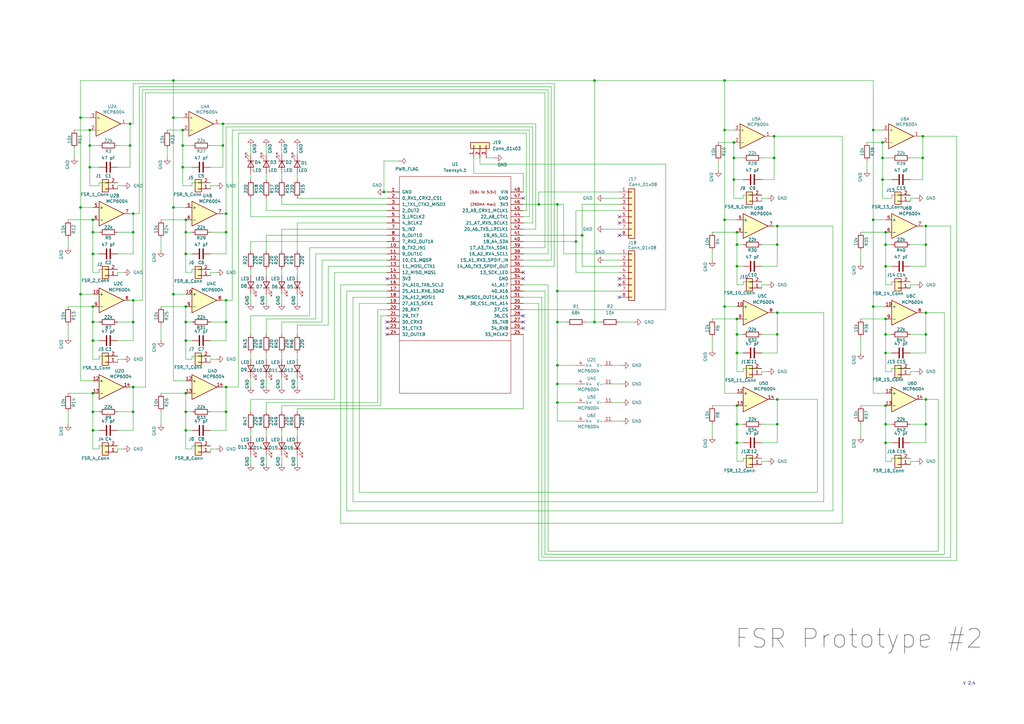
<source format=kicad_sch>
(kicad_sch (version 20250114) (generator "eeschema") (generator_version "9.0")
  (paper "A3")
  (lib_symbols
    (symbol "Amplifier_Operational:MCP6004" (pin_names (offset 0.127))
      (property "Reference" "U" (at 0 5.08 0))
      (property "Value" "MCP6004" (at 0 -5.08 0))
      (symbol "MCP6004_1_1"
        (pin input line (at -7.62 2.54 0) (length 2.54) (name "+") (number "3"))
        (pin input line (at -7.62 -2.54 0) (length 2.54) (name "-") (number "2"))
        (pin output line (at 7.62 0 180) (length 2.54) (name "~") (number "1"))
      )
      (symbol "MCP6004_2_1"
        (pin input line (at -7.62 2.54 0) (length 2.54) (name "+") (number "5"))
        (pin input line (at -7.62 -2.54 0) (length 2.54) (name "-") (number "6"))
        (pin output line (at 7.62 0 180) (length 2.54) (name "~") (number "7"))
      )
      (symbol "MCP6004_3_1"
        (pin input line (at -7.62 2.54 0) (length 2.54) (name "+") (number "10"))
        (pin input line (at -7.62 -2.54 0) (length 2.54) (name "-") (number "9"))
        (pin output line (at 7.62 0 180) (length 2.54) (name "~") (number "8"))
      )
      (symbol "MCP6004_4_1"
        (pin input line (at -7.62 2.54 0) (length 2.54) (name "+") (number "12"))
        (pin input line (at -7.62 -2.54 0) (length 2.54) (name "-") (number "13"))
        (pin output line (at 7.62 0 180) (length 2.54) (name "~") (number "14"))
      )
      (symbol "MCP6004_5_1"
        (pin power_in line (at -2.54 7.62 270) (length 3.81) (name "V+") (number "4"))
        (pin power_in line (at -2.54 -7.62 90) (length 3.81) (name "V-") (number "11"))
      )
    )
    (symbol "Connector_Generic:Conn_01x02" (pin_names (offset 1.016) (hide yes))
      (property "Reference" "J" (at 0 2.54 0))
      (property "Value" "Conn_01x02" (at 0 -5.08 0))
      (symbol "Conn_01x02_1_1"
        (pin passive line (at -5.08 0 0) (length 3.81) (name "Pin_1") (number "1"))
        (pin passive line (at -5.08 -2.54 0) (length 3.81) (name "Pin_2") (number "2"))
      )
    )
    (symbol "Connector_Generic:Conn_01x03" (pin_names (offset 1.016) (hide yes))
      (property "Reference" "J" (at 0 5.08 0))
      (property "Value" "Conn_01x03" (at 0 -5.08 0))
      (symbol "Conn_01x03_1_1"
        (pin passive line (at -5.08 2.54 0) (length 3.81) (name "Pin_1") (number "1"))
        (pin passive line (at -5.08 0 0) (length 3.81) (name "Pin_2") (number "2"))
        (pin passive line (at -5.08 -2.54 0) (length 3.81) (name "Pin_3") (number "3"))
      )
    )
    (symbol "Connector_Generic:Conn_01x08" (pin_names (offset 1.016) (hide yes))
      (property "Reference" "J" (at 0 10.16 0))
      (property "Value" "Conn_01x08" (at 0 -12.7 0))
      (symbol "Conn_01x08_1_1"
        (pin passive line (at -5.08 7.62 0) (length 3.81) (name "Pin_1") (number "1"))
        (pin passive line (at -5.08 5.08 0) (length 3.81) (name "Pin_2") (number "2"))
        (pin passive line (at -5.08 2.54 0) (length 3.81) (name "Pin_3") (number "3"))
        (pin passive line (at -5.08 0 0) (length 3.81) (name "Pin_4") (number "4"))
        (pin passive line (at -5.08 -2.54 0) (length 3.81) (name "Pin_5") (number "5"))
        (pin passive line (at -5.08 -5.08 0) (length 3.81) (name "Pin_6") (number "6"))
        (pin passive line (at -5.08 -7.62 0) (length 3.81) (name "Pin_7") (number "7"))
        (pin passive line (at -5.08 -10.16 0) (length 3.81) (name "Pin_8") (number "8"))
      )
    )
    (symbol "Device:C" (pin_numbers (hide yes)) (pin_names (offset 0.254))
      (property "Reference" "C" (at 0.635 2.54 0))
      (property "Value" "C" (at 0.635 -2.54 0))
      (symbol "C_1_1"
        (pin passive line (at 0 3.81 270) (length 2.794) (name "~") (number "1"))
        (pin passive line (at 0 -3.81 90) (length 2.794) (name "~") (number "2"))
      )
    )
    (symbol "Device:LED" (pin_numbers (hide yes)) (pin_names (offset 1.016) (hide yes))
      (property "Reference" "D" (at 0 2.54 0))
      (property "Value" "LED" (at 0 -2.54 0))
      (symbol "LED_1_1"
        (pin passive line (at -3.81 0 0) (length 2.54) (name "K") (number "1"))
        (pin passive line (at 3.81 0 180) (length 2.54) (name "A") (number "2"))
      )
    )
    (symbol "Device:R" (pin_numbers (hide yes)) (pin_names (offset 0))
      (property "Reference" "R" (at 2.032 0 90))
      (property "Value" "R" (at 0 0 90))
      (symbol "R_1_1"
        (pin passive line (at 0 3.81 270) (length 1.27) (name "~") (number "1"))
        (pin passive line (at 0 -3.81 90) (length 1.27) (name "~") (number "2"))
      )
    )
    (symbol "power:GND" (power) (pin_numbers (hide yes)) (pin_names (offset 0) (hide yes))
      (property "Value" "GND" (at 0 -3.81 0))
      (symbol "GND_1_1"
        (pin power_in line (at 0 0 270) (length 0) (name "~") (number "1"))
      )
    )
    (symbol "power:PWR_FLAG" (power) (pin_numbers (hide yes)) (pin_names (offset 0) (hide yes))
      (property "Value" "PWR_FLAG" (at 0 3.81 0))
      (symbol "PWR_FLAG_0_0"
        (pin power_out line (at 0 0 90) (length 0) (name "~") (number "1"))
      )
    )
    (symbol "teensy:Teensy4.1" (pin_names (offset 1.016))
      (property "Reference" "U1" (at 0 66.04 0))
      (property "Value" "Teensy4.1" (at 0 63.5 0))
      (symbol "Teensy4.1_0_0"
        (text "(3.6v to 5.5v)" (at 11.43 54.61 0) (effects (font (size 1.016 1.016))))
        (text "(250mA max)" (at 11.43 49.53 0) (effects (font (size 1.016 1.016))))
        (pin bidirectional line (at -27.94 44.45 0) (length 5.08) (name "3_LRCLK2") (number "5"))
        (pin bidirectional line (at -27.94 41.91 0) (length 5.08) (name "4_BCLK2") (number "6"))
        (pin bidirectional line (at -27.94 39.37 0) (length 5.08) (name "5_IN2") (number "7"))
        (pin bidirectional line (at -27.94 36.83 0) (length 5.08) (name "6_OUT1D") (number "8"))
        (pin bidirectional line (at -27.94 34.29 0) (length 5.08) (name "7_RX2_OUT1A") (number "9"))
        (pin bidirectional line (at -27.94 31.75 0) (length 5.08) (name "8_TX2_IN1") (number "10"))
        (pin bidirectional line (at -27.94 29.21 0) (length 5.08) (name "9_OUT1C") (number "11"))
        (pin bidirectional line (at -27.94 26.67 0) (length 5.08) (name "10_CS_MQSR") (number "12"))
        (pin bidirectional line (at -27.94 24.13 0) (length 5.08) (name "11_MOSI_CTX1") (number "13"))
        (pin bidirectional line (at -27.94 21.59 0) (length 5.08) (name "12_MISO_MQSL") (number "14"))
        (pin power_in line (at -27.94 19.05 0) (length 5.08) (name "3V3") (number "15"))
        (pin bidirectional line (at -27.94 16.51 0) (length 5.08) (name "24_A10_TX6_SCL2") (number "16"))
        (pin bidirectional line (at -27.94 13.97 0) (length 5.08) (name "25_A11_RX6_SDA2") (number "17"))
        (pin bidirectional line (at -27.94 11.43 0) (length 5.08) (name "26_A12_MOSI1") (number "18"))
        (pin bidirectional line (at -27.94 8.89 0) (length 5.08) (name "27_A13_SCK1") (number "19"))
        (pin bidirectional line (at -27.94 6.35 0) (length 5.08) (name "28_RX7") (number "20"))
        (pin bidirectional line (at -27.94 3.81 0) (length 5.08) (name "29_TX7") (number "21"))
        (pin bidirectional line (at -27.94 1.27 0) (length 5.08) (name "30_CRX3") (number "22"))
        (pin bidirectional line (at -27.94 -1.27 0) (length 5.08) (name "31_CTX3") (number "23"))
        (pin bidirectional line (at -27.94 -3.81 0) (length 5.08) (name "32_OUT1B") (number "24"))
        (pin output line (at 27.94 52.07 180) (length 5.08) (name "GND") (number "47"))
        (pin bidirectional line (at 27.94 46.99 180) (length 5.08) (name "23_A9_CRX1_MCLK1") (number "45"))
        (pin bidirectional line (at 27.94 44.45 180) (length 5.08) (name "22_A8_CTX1") (number "44"))
        (pin bidirectional line (at 27.94 41.91 180) (length 5.08) (name "21_A7_RX5_BCLK1") (number "43"))
        (pin bidirectional line (at 27.94 39.37 180) (length 5.08) (name "20_A6_TX5_LRCLK1") (number "42"))
        (pin bidirectional line (at 27.94 36.83 180) (length 5.08) (name "19_A5_SCL") (number "41"))
        (pin bidirectional line (at 27.94 34.29 180) (length 5.08) (name "18_A4_SDA") (number "40"))
        (pin bidirectional line (at 27.94 31.75 180) (length 5.08) (name "17_A3_TX4_SDA1") (number "39"))
        (pin bidirectional line (at 27.94 29.21 180) (length 5.08) (name "16_A2_RX4_SCL1") (number "38"))
        (pin bidirectional line (at 27.94 26.67 180) (length 5.08) (name "15_A1_RX3_SPDIF_IN") (number "37"))
        (pin bidirectional line (at 27.94 24.13 180) (length 5.08) (name "14_A0_TX3_SPDIF_OUT") (number "36"))
        (pin bidirectional line (at 27.94 21.59 180) (length 5.08) (name "13_SCK_LED") (number "35"))
        (pin bidirectional line (at 27.94 16.51 180) (length 5.08) (name "41_A17") (number "33"))
        (pin bidirectional line (at 27.94 13.97 180) (length 5.08) (name "40_A16") (number "32"))
        (pin bidirectional line (at 27.94 6.35 180) (length 5.08) (name "37_CS") (number "29"))
        (pin bidirectional line (at 27.94 3.81 180) (length 5.08) (name "36_CS") (number "28"))
        (pin bidirectional line (at 27.94 1.27 180) (length 5.08) (name "35_TX8") (number "27"))
        (pin bidirectional line (at 27.94 -1.27 180) (length 5.08) (name "34_RX8") (number "26"))
        (pin bidirectional line (at 27.94 -3.81 180) (length 5.08) (name "33_MCLK2") (number "25"))
      )
      (symbol "Teensy4.1_1_0"
        (pin power_out line (at 27.94 54.61 180) (length 5.08) (name "VIN") (number "48"))
        (pin power_out line (at 27.94 49.53 180) (length 5.08) (name "3V3") (number "46"))
        (pin bidirectional line (at 27.94 11.43 180) (length 5.08) (name "39_MISO1_OUT1A_A15") (number "31"))
        (pin bidirectional line (at 27.94 8.89 180) (length 5.08) (name "38_CS1_IN1_A14") (number "30"))
      )
      (symbol "Teensy4.1_1_1"
        (pin power_in line (at -27.94 54.61 0) (length 5.08) (name "GND") (number "1"))
        (pin bidirectional line (at -27.94 52.07 0) (length 5.08) (name "0_RX1_CRX2_CS1") (number "2"))
        (pin bidirectional line (at -27.94 49.53 0) (length 5.08) (name "1_TX1_CTX2_MISO1") (number "3"))
        (pin bidirectional line (at -27.94 46.99 0) (length 5.08) (name "2_OUT2") (number "4"))
        (pin power_in line (at 27.94 19.05 180) (length 5.08) (name "GND") (number "34"))
      )
    )
  )
  (text "FSR Prototype #2" (at 352.298 262.128 0) (effects (font (size 7.62 7.62))))
  (text "V 2.4" (at 397.51 280.416 0) (effects (font (size 1.27 1.27))))
  (junction (at 228.6 157.48))
  (junction (at 318.77 100.33))
  (junction (at 318.77 92.71))
  (junction (at 379.73 128.27))
  (junction (at 33.02 48.26))
  (junction (at 363.22 130.81))
  (junction (at 297.18 90.17))
  (junction (at 300.99 73.66))
  (junction (at 300.99 58.42))
  (junction (at 302.26 137.16))
  (junction (at 318.77 128.27))
  (junction (at 379.73 163.83))
  (junction (at 76.2 176.53))
  (junction (at 38.1 95.25))
  (junction (at 363.22 181.61))
  (junction (at 38.1 139.7))
  (junction (at 302.26 173.99))
  (junction (at 363.22 173.99))
  (junction (at 302.26 109.22))
  (junction (at 228.6 165.1))
  (junction (at 361.95 58.42))
  (junction (at 318.77 173.99))
  (junction (at 76.2 95.25))
  (junction (at 38.1 104.14))
  (junction (at 76.2 139.7))
  (junction (at 361.95 64.77))
  (junction (at 91.44 50.8))
  (junction (at 38.1 132.08))
  (junction (at 358.14 90.17))
  (junction (at 92.71 168.91))
  (junction (at 302.26 130.81))
  (junction (at 236.22 99.06))
  (junction (at 53.34 50.8))
  (junction (at 228.6 83.82))
  (junction (at 71.12 85.09))
  (junction (at 54.61 87.63))
  (junction (at 363.22 137.16))
  (junction (at 379.73 92.71))
  (junction (at 76.2 104.14))
  (junction (at 33.02 85.09))
  (junction (at 228.6 132.08))
  (junction (at 363.22 109.22))
  (junction (at 358.14 53.34))
  (junction (at 363.22 166.37))
  (junction (at 36.83 53.34))
  (junction (at 33.02 120.65))
  (junction (at 302.26 166.37))
  (junction (at 38.1 176.53))
  (junction (at 358.14 125.73))
  (junction (at 54.61 95.25))
  (junction (at 363.22 95.25))
  (junction (at 238.76 96.52))
  (junction (at 363.22 100.33))
  (junction (at 76.2 125.73))
  (junction (at 302.26 181.61))
  (junction (at 74.93 53.34))
  (junction (at 76.2 90.17))
  (junction (at 76.2 161.29))
  (junction (at 379.73 137.16))
  (junction (at 157.48 78.74))
  (junction (at 297.18 125.73))
  (junction (at 74.93 68.58))
  (junction (at 38.1 161.29))
  (junction (at 71.12 48.26))
  (junction (at 378.46 55.88))
  (junction (at 38.1 90.17))
  (junction (at 54.61 168.91))
  (junction (at 76.2 168.91))
  (junction (at 54.61 158.75))
  (junction (at 36.83 59.69))
  (junction (at 363.22 144.78))
  (junction (at 91.44 59.69))
  (junction (at 228.6 119.38))
  (junction (at 297.18 33.02))
  (junction (at 361.95 73.66))
  (junction (at 38.1 168.91))
  (junction (at 243.84 33.02))
  (junction (at 297.18 53.34))
  (junction (at 54.61 132.08))
  (junction (at 302.26 144.78))
  (junction (at 228.6 149.86))
  (junction (at 379.73 173.99))
  (junction (at 92.71 123.19))
  (junction (at 36.83 68.58))
  (junction (at 378.46 64.77))
  (junction (at 243.84 132.08))
  (junction (at 300.99 64.77))
  (junction (at 379.73 100.33))
  (junction (at 54.61 123.19))
  (junction (at 76.2 132.08))
  (junction (at 53.34 59.69))
  (junction (at 71.12 33.02))
  (junction (at 317.5 55.88))
  (junction (at 92.71 95.25))
  (junction (at 318.77 163.83))
  (junction (at 92.71 158.75))
  (junction (at 220.98 83.82))
  (junction (at 302.26 100.33))
  (junction (at 71.12 120.65))
  (junction (at 317.5 64.77))
  (junction (at 318.77 137.16))
  (junction (at 74.93 59.69))
  (junction (at 302.26 95.25))
  (junction (at 92.71 132.08))
  (junction (at 38.1 125.73))
  (junction (at 92.71 87.63))
  (no_connect (at 254 114.3))
  (no_connect (at 254 96.52))
  (no_connect (at 214.63 132.08))
  (no_connect (at 254 116.84))
  (no_connect (at 158.75 132.08))
  (no_connect (at 158.75 137.16))
  (no_connect (at 254 88.9))
  (no_connect (at 214.63 114.3))
  (no_connect (at 254 121.92))
  (no_connect (at 214.63 111.76))
  (no_connect (at 158.75 134.62))
  (no_connect (at 214.63 129.54))
  (no_connect (at 214.63 81.28))
  (no_connect (at 158.75 114.3))
  (no_connect (at 254 91.44))
  (no_connect (at 214.63 134.62))
  (wire (pts (xy 142.24 209.55) (xy 142.24 119.38)))
  (wire (pts (xy 194.31 71.12) (xy 214.63 71.12)))
  (wire (pts (xy 312.42 116.84) (xy 312.42 118.11)))
  (wire (pts (xy 365.76 187.96) (xy 365.76 189.23)))
  (wire (pts (xy 238.76 96.52) (xy 214.63 96.52)))
  (wire (pts (xy 373.38 64.77) (xy 378.46 64.77)))
  (wire (pts (xy 78.74 168.91) (xy 76.2 168.91)))
  (wire (pts (xy 30.48 53.34) (xy 36.83 53.34)))
  (wire (pts (xy 95.25 53.34) (xy 217.17 53.34)))
  (wire (pts (xy 91.44 59.69) (xy 91.44 68.58)))
  (wire (pts (xy 78.74 74.93) (xy 78.74 76.2)))
  (wire (pts (xy 312.42 80.01) (xy 304.8 80.01)))
  (wire (pts (xy 66.04 97.79) (xy 66.04 102.87)))
  (wire (pts (xy 297.18 33.02) (xy 297.18 53.34)))
  (wire (pts (xy 115.57 168.91) (xy 115.57 166.37)))
  (wire (pts (xy 228.6 119.38) (xy 254 119.38)))
  (wire (pts (xy 292.1 95.25) (xy 302.26 95.25)))
  (wire (pts (xy 33.02 85.09) (xy 38.1 85.09)))
  (wire (pts (xy 121.92 124.46) (xy 121.92 120.65)))
  (wire (pts (xy 273.05 67.31) (xy 196.85 67.31)))
  (wire (pts (xy 377.19 55.88) (xy 378.46 55.88)))
  (wire (pts (xy 109.22 113.03) (xy 109.22 110.49)))
  (wire (pts (xy 302.26 166.37) (xy 302.26 173.99)))
  (wire (pts (xy 127 101.6) (xy 158.75 101.6)))
  (wire (pts (xy 318.77 100.33) (xy 318.77 92.71)))
  (wire (pts (xy 48.26 147.32) (xy 48.26 148.59)))
  (wire (pts (xy 86.36 59.69) (xy 91.44 59.69)))
  (wire (pts (xy 363.22 130.81) (xy 363.22 137.16)))
  (wire (pts (xy 109.22 165.1) (xy 154.94 165.1)))
  (wire (pts (xy 78.74 76.2) (xy 74.93 76.2)))
  (wire (pts (xy 33.02 48.26) (xy 33.02 85.09)))
  (wire (pts (xy 74.93 59.69) (xy 74.93 68.58)))
  (wire (pts (xy 312.42 173.99) (xy 318.77 173.99)))
  (wire (pts (xy 214.63 121.92) (xy 222.25 121.92)))
  (wire (pts (xy 38.1 132.08) (xy 38.1 139.7)))
  (wire (pts (xy 38.1 104.14) (xy 38.1 95.25)))
  (wire (pts (xy 33.02 120.65) (xy 33.02 156.21)))
  (wire (pts (xy 373.38 152.4) (xy 373.38 153.67)))
  (wire (pts (xy 66.04 125.73) (xy 76.2 125.73)))
  (wire (pts (xy 312.42 137.16) (xy 318.77 137.16)))
  (wire (pts (xy 292.1 173.99) (xy 292.1 179.07)))
  (wire (pts (xy 66.04 133.35) (xy 66.04 139.7)))
  (wire (pts (xy 78.74 176.53) (xy 76.2 176.53)))
  (wire (pts (xy 76.2 125.73) (xy 76.2 132.08)))
  (wire (pts (xy 158.75 88.9) (xy 102.87 88.9)))
  (wire (pts (xy 302.26 109.22) (xy 302.26 100.33)))
  (wire (pts (xy 238.76 109.22) (xy 238.76 96.52)))
  (wire (pts (xy 92.71 168.91) (xy 92.71 176.53)))
  (wire (pts (xy 115.57 83.82) (xy 115.57 81.28)))
  (wire (pts (xy 27.94 97.79) (xy 27.94 101.6)))
  (wire (pts (xy 365.76 109.22) (xy 363.22 109.22)))
  (wire (pts (xy 215.9 86.36) (xy 214.63 86.36)))
  (wire (pts (xy 86.36 111.76) (xy 86.36 113.03)))
  (wire (pts (xy 40.64 168.91) (xy 38.1 168.91)))
  (wire (pts (xy 358.14 53.34) (xy 361.95 53.34)))
  (wire (pts (xy 317.5 55.88) (xy 345.44 55.88)))
  (wire (pts (xy 365.76 100.33) (xy 363.22 100.33)))
  (wire (pts (xy 86.36 110.49) (xy 78.74 110.49)))
  (wire (pts (xy 121.92 91.44) (xy 158.75 91.44)))
  (wire (pts (xy 74.93 59.69) (xy 74.93 53.34)))
  (wire (pts (xy 236.22 149.86) (xy 228.6 149.86)))
  (wire (pts (xy 27.94 161.29) (xy 38.1 161.29)))
  (wire (pts (xy 139.7 116.84) (xy 158.75 116.84)))
  (wire (pts (xy 38.1 139.7) (xy 38.1 147.32)))
  (wire (pts (xy 115.57 158.75) (xy 115.57 154.94)))
  (wire (pts (xy 121.92 71.12) (xy 121.92 73.66)))
  (wire (pts (xy 71.12 48.26) (xy 74.93 48.26)))
  (wire (pts (xy 132.08 106.68) (xy 158.75 106.68)))
  (wire (pts (xy 76.2 95.25) (xy 76.2 90.17)))
  (wire (pts (xy 365.76 80.01) (xy 365.76 81.28)))
  (wire (pts (xy 40.64 110.49) (xy 40.64 111.76)))
  (wire (pts (xy 92.71 52.07) (xy 218.44 52.07)))
  (wire (pts (xy 373.38 116.84) (xy 375.92 116.84)))
  (wire (pts (xy 38.1 125.73) (xy 38.1 132.08)))
  (wire (pts (xy 38.1 168.91) (xy 38.1 176.53)))
  (wire (pts (xy 358.14 125.73) (xy 358.14 161.29)))
  (wire (pts (xy 214.63 137.16) (xy 214.63 167.64)))
  (wire (pts (xy 302.26 181.61) (xy 302.26 189.23)))
  (wire (pts (xy 373.38 151.13) (xy 365.76 151.13)))
  (wire (pts (xy 91.44 123.19) (xy 92.71 123.19)))
  (wire (pts (xy 312.42 116.84) (xy 314.96 116.84)))
  (wire (pts (xy 54.61 168.91) (xy 54.61 176.53)))
  (wire (pts (xy 240.03 132.08) (xy 243.84 132.08)))
  (wire (pts (xy 40.64 68.58) (xy 36.83 68.58)))
  (wire (pts (xy 219.71 93.98) (xy 214.63 93.98)))
  (wire (pts (xy 92.71 132.08) (xy 92.71 139.7)))
  (wire (pts (xy 109.22 124.46) (xy 109.22 120.65)))
  (wire (pts (xy 228.6 132.08) (xy 232.41 132.08)))
  (wire (pts (xy 363.22 116.84) (xy 363.22 109.22)))
  (wire (pts (xy 91.44 50.8) (xy 91.44 59.69)))
  (wire (pts (xy 254 83.82) (xy 238.76 83.82)))
  (wire (pts (xy 302.26 144.78) (xy 302.26 152.4)))
  (wire (pts (xy 48.26 146.05) (xy 40.64 146.05)))
  (wire (pts (xy 121.92 179.07) (xy 121.92 176.53)))
  (wire (pts (xy 379.73 128.27) (xy 387.35 128.27)))
  (wire (pts (xy 254 132.08) (xy 260.35 132.08)))
  (wire (pts (xy 71.12 156.21) (xy 76.2 156.21)))
  (wire (pts (xy 312.42 187.96) (xy 304.8 187.96)))
  (wire (pts (xy 102.87 147.32) (xy 102.87 144.78)))
  (wire (pts (xy 228.6 149.86) (xy 228.6 132.08)))
  (wire (pts (xy 48.26 68.58) (xy 53.34 68.58)))
  (wire (pts (xy 378.46 64.77) (xy 378.46 73.66)))
  (wire (pts (xy 86.36 139.7) (xy 92.71 139.7)))
  (wire (pts (xy 236.22 86.36) (xy 236.22 99.06)))
  (wire (pts (xy 121.92 59.69) (xy 121.92 63.5)))
  (wire (pts (xy 312.42 73.66) (xy 317.5 73.66)))
  (wire (pts (xy 292.1 166.37) (xy 302.26 166.37)))
  (wire (pts (xy 273.05 127) (xy 273.05 67.31)))
  (wire (pts (xy 27.94 133.35) (xy 27.94 138.43)))
  (wire (pts (xy 243.84 132.08) (xy 246.38 132.08)))
  (wire (pts (xy 156.21 166.37) (xy 156.21 129.54)))
  (wire (pts (xy 121.92 133.35) (xy 134.62 133.35)))
  (wire (pts (xy 345.44 214.63) (xy 139.7 214.63)))
  (wire (pts (xy 292.1 130.81) (xy 302.26 130.81)))
  (wire (pts (xy 231.14 83.82) (xy 228.6 83.82)))
  (wire (pts (xy 379.73 173.99) (xy 379.73 181.61)))
  (wire (pts (xy 157.48 66.04) (xy 157.48 78.74)))
  (wire (pts (xy 228.6 119.38) (xy 228.6 83.82)))
  (wire (pts (xy 68.58 60.96) (xy 68.58 64.77)))
  (wire (pts (xy 86.36 68.58) (xy 91.44 68.58)))
  (wire (pts (xy 48.26 110.49) (xy 40.64 110.49)))
  (wire (pts (xy 224.79 36.83) (xy 224.79 104.14)))
  (wire (pts (xy 224.79 104.14) (xy 214.63 104.14)))
  (wire (pts (xy 236.22 111.76) (xy 254 111.76)))
  (wire (pts (xy 312.42 81.28) (xy 314.96 81.28)))
  (wire (pts (xy 33.02 156.21) (xy 38.1 156.21)))
  (wire (pts (xy 139.7 214.63) (xy 139.7 116.84)))
  (wire (pts (xy 297.18 90.17) (xy 297.18 125.73)))
  (wire (pts (xy 38.1 111.76) (xy 38.1 104.14)))
  (wire (pts (xy 48.26 76.2) (xy 48.26 77.47)))
  (wire (pts (xy 154.94 127) (xy 158.75 127)))
  (wire (pts (xy 48.26 182.88) (xy 40.64 182.88)))
  (wire (pts (xy 78.74 132.08) (xy 76.2 132.08)))
  (wire (pts (xy 53.34 158.75) (xy 54.61 158.75)))
  (wire (pts (xy 218.44 52.07) (xy 218.44 91.44)))
  (wire (pts (xy 358.14 33.02) (xy 358.14 53.34)))
  (wire (pts (xy 92.71 123.19) (xy 92.71 132.08)))
  (wire (pts (xy 115.57 137.16) (xy 115.57 132.08)))
  (wire (pts (xy 373.38 187.96) (xy 365.76 187.96)))
  (wire (pts (xy 378.46 55.88) (xy 392.43 55.88)))
  (wire (pts (xy 302.26 100.33) (xy 302.26 95.25)))
  (wire (pts (xy 373.38 109.22) (xy 379.73 109.22)))
  (wire (pts (xy 228.6 132.08) (xy 228.6 119.38)))
  (wire (pts (xy 387.35 227.33) (xy 223.52 227.33)))
  (wire (pts (xy 217.17 88.9) (xy 214.63 88.9)))
  (wire (pts (xy 115.57 179.07) (xy 115.57 176.53)))
  (wire (pts (xy 223.52 227.33) (xy 223.52 119.38)))
  (wire (pts (xy 297.18 53.34) (xy 297.18 90.17)))
  (wire (pts (xy 243.84 132.08) (xy 243.84 33.02)))
  (wire (pts (xy 304.8 137.16) (xy 302.26 137.16)))
  (wire (pts (xy 109.22 158.75) (xy 109.22 154.94)))
  (wire (pts (xy 254 104.14) (xy 231.14 104.14)))
  (wire (pts (xy 54.61 95.25) (xy 54.61 87.63)))
  (wire (pts (xy 345.44 55.88) (xy 345.44 214.63)))
  (wire (pts (xy 86.36 95.25) (xy 92.71 95.25)))
  (wire (pts (xy 365.76 152.4) (xy 363.22 152.4)))
  (wire (pts (xy 36.83 76.2) (xy 36.83 68.58)))
  (wire (pts (xy 40.64 184.15) (xy 38.1 184.15)))
  (wire (pts (xy 228.6 165.1) (xy 236.22 165.1)))
  (wire (pts (xy 48.26 139.7) (xy 54.61 139.7)))
  (wire (pts (xy 312.42 189.23) (xy 314.96 189.23)))
  (wire (pts (xy 297.18 33.02) (xy 358.14 33.02)))
  (wire (pts (xy 373.38 81.28) (xy 373.38 82.55)))
  (wire (pts (xy 48.26 184.15) (xy 48.26 185.42)))
  (wire (pts (xy 228.6 157.48) (xy 228.6 149.86)))
  (wire (pts (xy 102.87 81.28) (xy 102.87 88.9)))
  (wire (pts (xy 226.06 35.56) (xy 226.06 106.68)))
  (wire (pts (xy 54.61 158.75) (xy 54.61 168.91)))
  (wire (pts (xy 361.95 64.77) (xy 361.95 73.66)))
  (wire (pts (xy 365.76 144.78) (xy 363.22 144.78)))
  (wire (pts (xy 373.38 100.33) (xy 379.73 100.33)))
  (wire (pts (xy 92.71 158.75) (xy 97.79 158.75)))
  (wire (pts (xy 59.69 158.75) (xy 59.69 38.1)))
  (wire (pts (xy 251.46 157.48) (xy 255.27 157.48)))
  (wire (pts (xy 379.73 163.83) (xy 384.81 163.83)))
  (wire (pts (xy 53.34 59.69) (xy 53.34 68.58)))
  (wire (pts (xy 86.36 176.53) (xy 92.71 176.53)))
  (wire (pts (xy 292.1 138.43) (xy 292.1 143.51)))
  (wire (pts (xy 335.28 201.93) (xy 147.32 201.93)))
  (wire (pts (xy 389.89 92.71) (xy 389.89 228.6)))
  (wire (pts (xy 86.36 147.32) (xy 88.9 147.32)))
  (wire (pts (xy 312.42 144.78) (xy 318.77 144.78)))
  (wire (pts (xy 40.64 176.53) (xy 38.1 176.53)))
  (wire (pts (xy 227.33 109.22) (xy 214.63 109.22)))
  (wire (pts (xy 214.63 124.46) (xy 220.98 124.46)))
  (wire (pts (xy 86.36 184.15) (xy 88.9 184.15)))
  (wire (pts (xy 86.36 104.14) (xy 92.71 104.14)))
  (wire (pts (xy 115.57 166.37) (xy 156.21 166.37)))
  (wire (pts (xy 355.6 66.04) (xy 355.6 69.85)))
  (wire (pts (xy 312.42 151.13) (xy 304.8 151.13)))
  (wire (pts (xy 54.61 87.63) (xy 57.15 87.63)))
  (wire (pts (xy 48.26 104.14) (xy 54.61 104.14)))
  (wire (pts (xy 86.36 74.93) (xy 78.74 74.93)))
  (wire (pts (xy 40.64 146.05) (xy 40.64 147.32)))
  (wire (pts (xy 27.94 90.17) (xy 38.1 90.17)))
  (wire (pts (xy 102.87 71.12) (xy 102.87 73.66)))
  (wire (pts (xy 389.89 228.6) (xy 222.25 228.6)))
  (wire (pts (xy 102.87 163.83) (xy 137.16 163.83)))
  (wire (pts (xy 76.2 176.53) (xy 76.2 184.15)))
  (wire (pts (xy 36.83 59.69) (xy 36.83 53.34)))
  (wire (pts (xy 365.76 116.84) (xy 363.22 116.84)))
  (wire (pts (xy 358.14 90.17) (xy 358.14 125.73)))
  (wire (pts (xy 317.5 128.27) (xy 318.77 128.27)))
  (wire (pts (xy 312.42 64.77) (xy 317.5 64.77)))
  (wire (pts (xy 214.63 119.38) (xy 223.52 119.38)))
  (wire (pts (xy 254 81.28) (xy 247.65 81.28)))
  (wire (pts (xy 302.26 173.99) (xy 302.26 181.61)))
  (wire (pts (xy 30.48 60.96) (xy 30.48 64.77)))
  (wire (pts (xy 302.26 130.81) (xy 302.26 137.16)))
  (wire (pts (xy 115.57 71.12) (xy 115.57 73.66)))
  (wire (pts (xy 373.38 116.84) (xy 373.38 118.11)))
  (wire (pts (xy 238.76 83.82) (xy 238.76 96.52)))
  (wire (pts (xy 53.34 50.8) (xy 53.34 59.69)))
  (wire (pts (xy 59.69 38.1) (xy 223.52 38.1)))
  (wire (pts (xy 373.38 137.16) (xy 379.73 137.16)))
  (wire (pts (xy 304.8 115.57) (xy 304.8 116.84)))
  (wire (pts (xy 219.71 50.8) (xy 219.71 93.98)))
  (wire (pts (xy 236.22 99.06) (xy 214.63 99.06)))
  (wire (pts (xy 66.04 161.29) (xy 76.2 161.29)))
  (wire (pts (xy 247.65 93.98) (xy 254 93.98)))
  (wire (pts (xy 109.22 190.5) (xy 109.22 186.69)))
  (wire (pts (xy 353.06 166.37) (xy 363.22 166.37)))
  (wire (pts (xy 353.06 95.25) (xy 363.22 95.25)))
  (wire (pts (xy 365.76 151.13) (xy 365.76 152.4)))
  (wire (pts (xy 247.65 106.68) (xy 254 106.68)))
  (wire (pts (xy 312.42 152.4) (xy 314.96 152.4)))
  (wire (pts (xy 300.99 64.77) (xy 300.99 58.42)))
  (wire (pts (xy 121.92 137.16) (xy 121.92 133.35)))
  (wire (pts (xy 48.26 59.69) (xy 53.34 59.69)))
  (wire (pts (xy 40.64 111.76) (xy 38.1 111.76)))
  (wire (pts (xy 228.6 83.82) (xy 220.98 83.82)))
  (wire (pts (xy 218.44 91.44) (xy 214.63 91.44)))
  (wire (pts (xy 54.61 123.19) (xy 58.42 123.19)))
  (wire (pts (xy 215.9 54.61) (xy 215.9 86.36)))
  (wire (pts (xy 86.36 182.88) (xy 78.74 182.88)))
  (wire (pts (xy 27.94 168.91) (xy 27.94 173.99)))
  (wire (pts (xy 220.98 229.87) (xy 220.98 124.46)))
  (wire (pts (xy 76.2 104.14) (xy 76.2 95.25)))
  (wire (pts (xy 48.26 95.25) (xy 54.61 95.25)))
  (wire (pts (xy 365.76 73.66) (xy 361.95 73.66)))
  (wire (pts (xy 127 129.54) (xy 127 101.6)))
  (wire (pts (xy 236.22 99.06) (xy 236.22 111.76)))
  (wire (pts (xy 158.75 83.82) (xy 115.57 83.82)))
  (wire (pts (xy 373.38 115.57) (xy 365.76 115.57)))
  (wire (pts (xy 48.26 111.76) (xy 50.8 111.76)))
  (wire (pts (xy 57.15 35.56) (xy 226.06 35.56)))
  (wire (pts (xy 78.74 104.14) (xy 76.2 104.14)))
  (wire (pts (xy 78.74 182.88) (xy 78.74 184.15)))
  (wire (pts (xy 53.34 123.19) (xy 54.61 123.19)))
  (wire (pts (xy 48.26 74.93) (xy 40.64 74.93)))
  (wire (pts (xy 78.74 139.7) (xy 76.2 139.7)))
  (wire (pts (xy 71.12 85.09) (xy 71.12 120.65)))
  (wire (pts (xy 373.38 73.66) (xy 378.46 73.66)))
  (wire (pts (xy 54.61 34.29) (xy 227.33 34.29)))
  (wire (pts (xy 40.64 182.88) (xy 40.64 184.15)))
  (wire (pts (xy 144.78 121.92) (xy 158.75 121.92)))
  (wire (pts (xy 78.74 68.58) (xy 74.93 68.58)))
  (wire (pts (xy 312.42 189.23) (xy 312.42 190.5)))
  (wire (pts (xy 318.77 128.27) (xy 337.82 128.27)))
  (wire (pts (xy 318.77 109.22) (xy 318.77 100.33)))
  (wire (pts (xy 312.42 100.33) (xy 318.77 100.33)))
  (wire (pts (xy 373.38 189.23) (xy 375.92 189.23)))
  (wire (pts (xy 214.63 106.68) (xy 226.06 106.68)))
  (wire (pts (xy 373.38 80.01) (xy 365.76 80.01)))
  (wire (pts (xy 40.64 104.14) (xy 38.1 104.14)))
  (wire (pts (xy 199.39 64.77) (xy 203.2 64.77)))
  (wire (pts (xy 373.38 152.4) (xy 375.92 152.4)))
  (wire (pts (xy 373.38 144.78) (xy 379.73 144.78)))
  (wire (pts (xy 86.36 184.15) (xy 86.36 185.42)))
  (wire (pts (xy 121.92 81.28) (xy 158.75 81.28)))
  (wire (pts (xy 144.78 205.74) (xy 144.78 121.92)))
  (wire (pts (xy 363.22 137.16) (xy 363.22 144.78)))
  (wire (pts (xy 379.73 100.33) (xy 379.73 92.71)))
  (wire (pts (xy 304.8 144.78) (xy 302.26 144.78)))
  (wire (pts (xy 363.22 166.37) (xy 363.22 173.99)))
  (wire (pts (xy 58.42 36.83) (xy 224.79 36.83)))
  (wire (pts (xy 304.8 81.28) (xy 300.99 81.28)))
  (wire (pts (xy 129.54 104.14) (xy 158.75 104.14)))
  (wire (pts (xy 378.46 55.88) (xy 378.46 64.77)))
  (wire (pts (xy 163.83 66.04) (xy 157.48 66.04)))
  (wire (pts (xy 304.8 64.77) (xy 300.99 64.77)))
  (wire (pts (xy 147.32 201.93) (xy 147.32 124.46)))
  (wire (pts (xy 86.36 76.2) (xy 88.9 76.2)))
  (wire (pts (xy 76.2 161.29) (xy 76.2 168.91)))
  (wire (pts (xy 363.22 173.99) (xy 363.22 181.61)))
  (wire (pts (xy 147.32 124.46) (xy 158.75 124.46)))
  (wire (pts (xy 38.1 95.25) (xy 38.1 90.17)))
  (wire (pts (xy 243.84 33.02) (xy 297.18 33.02)))
  (wire (pts (xy 304.8 80.01) (xy 304.8 81.28)))
  (wire (pts (xy 54.61 158.75) (xy 59.69 158.75)))
  (wire (pts (xy 66.04 168.91) (xy 66.04 173.99)))
  (wire (pts (xy 48.26 176.53) (xy 54.61 176.53)))
  (wire (pts (xy 297.18 53.34) (xy 300.99 53.34)))
  (wire (pts (xy 302.26 137.16) (xy 302.26 144.78)))
  (wire (pts (xy 102.87 190.5) (xy 102.87 186.69)))
  (wire (pts (xy 86.36 147.32) (xy 86.36 148.59)))
  (wire (pts (xy 304.8 187.96) (xy 304.8 189.23)))
  (wire (pts (xy 358.14 125.73) (xy 363.22 125.73)))
  (wire (pts (xy 302.26 116.84) (xy 302.26 109.22)))
  (wire (pts (xy 297.18 90.17) (xy 302.26 90.17)))
  (wire (pts (xy 318.77 163.83) (xy 335.28 163.83)))
  (wire (pts (xy 40.64 76.2) (xy 36.83 76.2)))
  (wire (pts (xy 71.12 120.65) (xy 71.12 156.21)))
  (wire (pts (xy 384.81 226.06) (xy 224.79 226.06)))
  (wire (pts (xy 222.25 228.6) (xy 222.25 121.92)))
  (wire (pts (xy 132.08 132.08) (xy 132.08 106.68)))
  (wire (pts (xy 78.74 146.05) (xy 78.74 147.32)))
  (wire (pts (xy 74.93 76.2) (xy 74.93 68.58)))
  (wire (pts (xy 102.87 179.07) (xy 102.87 176.53)))
  (wire (pts (xy 137.16 111.76) (xy 158.75 111.76)))
  (wire (pts (xy 40.64 139.7) (xy 38.1 139.7)))
  (wire (pts (xy 71.12 120.65) (xy 76.2 120.65)))
  (wire (pts (xy 109.22 168.91) (xy 109.22 165.1)))
  (wire (pts (xy 76.2 132.08) (xy 76.2 139.7)))
  (wire (pts (xy 129.54 130.81) (xy 129.54 104.14)))
  (wire (pts (xy 92.71 123.19) (xy 95.25 123.19)))
  (wire (pts (xy 217.17 53.34) (xy 217.17 88.9)))
  (wire (pts (xy 53.34 87.63) (xy 54.61 87.63)))
  (wire (pts (xy 365.76 181.61) (xy 363.22 181.61)))
  (wire (pts (xy 337.82 205.74) (xy 144.78 205.74)))
  (wire (pts (xy 312.42 109.22) (xy 318.77 109.22)))
  (wire (pts (xy 115.57 93.98) (xy 158.75 93.98)))
  (wire (pts (xy 40.64 74.93) (xy 40.64 76.2)))
  (wire (pts (xy 40.64 59.69) (xy 36.83 59.69)))
  (wire (pts (xy 318.77 163.83) (xy 318.77 173.99)))
  (wire (pts (xy 365.76 189.23) (xy 363.22 189.23)))
  (wire (pts (xy 358.14 90.17) (xy 363.22 90.17)))
  (wire (pts (xy 304.8 181.61) (xy 302.26 181.61)))
  (wire (pts (xy 251.46 149.86) (xy 255.27 149.86)))
  (wire (pts (xy 312.42 81.28) (xy 312.42 82.55)))
  (wire (pts (xy 71.12 85.09) (xy 76.2 85.09)))
  (wire (pts (xy 157.48 78.74) (xy 158.75 78.74)))
  (wire (pts (xy 297.18 125.73) (xy 297.18 161.29)))
  (wire (pts (xy 48.26 111.76) (xy 48.26 113.03)))
  (wire (pts (xy 102.87 124.46) (xy 102.87 120.65)))
  (wire (pts (xy 109.22 130.81) (xy 129.54 130.81)))
  (wire (pts (xy 97.79 54.61) (xy 215.9 54.61)))
  (wire (pts (xy 304.8 152.4) (xy 302.26 152.4)))
  (wire (pts (xy 378.46 92.71) (xy 379.73 92.71)))
  (wire (pts (xy 90.17 50.8) (xy 91.44 50.8)))
  (wire (pts (xy 95.25 123.19) (xy 95.25 53.34)))
  (wire (pts (xy 379.73 163.83) (xy 379.73 173.99)))
  (wire (pts (xy 68.58 53.34) (xy 74.93 53.34)))
  (wire (pts (xy 137.16 163.83) (xy 137.16 111.76)))
  (wire (pts (xy 91.44 50.8) (xy 219.71 50.8)))
  (wire (pts (xy 365.76 137.16) (xy 363.22 137.16)))
  (wire (pts (xy 297.18 125.73) (xy 302.26 125.73)))
  (wire (pts (xy 365.76 115.57) (xy 365.76 116.84)))
  (wire (pts (xy 57.15 87.63) (xy 57.15 35.56)))
  (wire (pts (xy 318.77 92.71) (xy 341.63 92.71)))
  (wire (pts (xy 115.57 190.5) (xy 115.57 186.69)))
  (wire (pts (xy 231.14 104.14) (xy 231.14 83.82)))
  (wire (pts (xy 196.85 67.31) (xy 196.85 64.77)))
  (wire (pts (xy 109.22 102.87) (xy 109.22 96.52)))
  (wire (pts (xy 102.87 59.69) (xy 102.87 63.5)))
  (wire (pts (xy 78.74 147.32) (xy 76.2 147.32)))
  (wire (pts (xy 48.26 184.15) (xy 50.8 184.15)))
  (wire (pts (xy 254 109.22) (xy 238.76 109.22)))
  (wire (pts (xy 71.12 33.02) (xy 33.02 33.02)))
  (wire (pts (xy 363.22 109.22) (xy 363.22 100.33)))
  (wire (pts (xy 304.8 73.66) (xy 300.99 73.66)))
  (wire (pts (xy 379.73 92.71) (xy 389.89 92.71)))
  (wire (pts (xy 254 86.36) (xy 236.22 86.36)))
  (wire (pts (xy 373.38 173.99) (xy 379.73 173.99)))
  (wire (pts (xy 379.73 128.27) (xy 379.73 137.16)))
  (wire (pts (xy 36.83 59.69) (xy 36.83 68.58)))
  (wire (pts (xy 227.33 34.29) (xy 227.33 109.22)))
  (wire (pts (xy 158.75 86.36) (xy 109.22 86.36)))
  (wire (pts (xy 365.76 173.99) (xy 363.22 173.99)))
  (wire (pts (xy 317.5 64.77) (xy 317.5 73.66)))
  (wire (pts (xy 194.31 64.77) (xy 194.31 71.12)))
  (wire (pts (xy 109.22 96.52) (xy 158.75 96.52)))
  (wire (pts (xy 76.2 139.7) (xy 76.2 147.32)))
  (wire (pts (xy 92.71 87.63) (xy 92.71 52.07)))
  (wire (pts (xy 236.22 157.48) (xy 228.6 157.48)))
  (wire (pts (xy 76.2 168.91) (xy 76.2 176.53)))
  (wire (pts (xy 92.71 158.75) (xy 92.71 168.91)))
  (wire (pts (xy 109.22 137.16) (xy 109.22 130.81)))
  (wire (pts (xy 58.42 123.19) (xy 58.42 36.83)))
  (wire (pts (xy 223.52 38.1) (xy 223.52 101.6)))
  (wire (pts (xy 341.63 209.55) (xy 142.24 209.55)))
  (wire (pts (xy 228.6 157.48) (xy 228.6 165.1)))
  (wire (pts (xy 97.79 158.75) (xy 97.79 54.61)))
  (wire (pts (xy 214.63 71.12) (xy 214.63 78.74)))
  (wire (pts (xy 220.98 78.74) (xy 220.98 83.82)))
  (wire (pts (xy 304.8 100.33) (xy 302.26 100.33)))
  (wire (pts (xy 48.26 132.08) (xy 54.61 132.08)))
  (wire (pts (xy 54.61 34.29) (xy 54.61 50.8)))
  (wire (pts (xy 228.6 165.1) (xy 228.6 172.72)))
  (wire (pts (xy 317.5 163.83) (xy 318.77 163.83)))
  (wire (pts (xy 353.06 130.81) (xy 363.22 130.81)))
  (wire (pts (xy 392.43 55.88) (xy 392.43 229.87)))
  (wire (pts (xy 54.61 50.8) (xy 53.34 50.8)))
  (wire (pts (xy 115.57 113.03) (xy 115.57 110.49)))
  (wire (pts (xy 40.64 147.32) (xy 38.1 147.32)))
  (wire (pts (xy 91.44 158.75) (xy 92.71 158.75)))
  (wire (pts (xy 379.73 137.16) (xy 379.73 144.78)))
  (wire (pts (xy 214.63 116.84) (xy 224.79 116.84)))
  (wire (pts (xy 358.14 53.34) (xy 358.14 90.17)))
  (wire (pts (xy 54.61 132.08) (xy 54.61 139.7)))
  (wire (pts (xy 102.87 113.03) (xy 102.87 110.49)))
  (wire (pts (xy 121.92 113.03) (xy 121.92 110.49)))
  (wire (pts (xy 78.74 95.25) (xy 76.2 95.25)))
  (wire (pts (xy 71.12 33.02) (xy 71.12 48.26)))
  (wire (pts (xy 134.62 109.22) (xy 158.75 109.22)))
  (wire (pts (xy 54.61 123.19) (xy 54.61 132.08)))
  (wire (pts (xy 76.2 111.76) (xy 76.2 104.14)))
  (wire (pts (xy 365.76 64.77) (xy 361.95 64.77)))
  (wire (pts (xy 33.02 120.65) (xy 38.1 120.65)))
  (wire (pts (xy 86.36 132.08) (xy 92.71 132.08)))
  (wire (pts (xy 92.71 95.25) (xy 92.71 87.63)))
  (wire (pts (xy 300.99 81.28) (xy 300.99 73.66)))
  (wire (pts (xy 48.26 168.91) (xy 54.61 168.91)))
  (wire (pts (xy 220.98 83.82) (xy 214.63 83.82)))
  (wire (pts (xy 92.71 104.14) (xy 92.71 95.25)))
  (wire (pts (xy 361.95 64.77) (xy 361.95 58.42)))
  (wire (pts (xy 341.63 92.71) (xy 341.63 209.55)))
  (wire (pts (xy 66.04 90.17) (xy 76.2 90.17)))
  (wire (pts (xy 121.92 102.87) (xy 121.92 91.44)))
  (wire (pts (xy 48.26 147.32) (xy 50.8 147.32)))
  (wire (pts (xy 304.8 109.22) (xy 302.26 109.22)))
  (wire (pts (xy 254 78.74) (xy 220.98 78.74)))
  (wire (pts (xy 317.5 55.88) (xy 317.5 64.77)))
  (wire (pts (xy 156.21 129.54) (xy 158.75 129.54)))
  (wire (pts (xy 115.57 132.08) (xy 132.08 132.08)))
  (wire (pts (xy 353.06 102.87) (xy 353.06 107.95)))
  (wire (pts (xy 115.57 59.69) (xy 115.57 63.5)))
  (wire (pts (xy 355.6 58.42) (xy 361.95 58.42)))
  (wire (pts (xy 102.87 137.16) (xy 102.87 129.54)))
  (wire (pts (xy 154.94 165.1) (xy 154.94 127)))
  (wire (pts (xy 86.36 168.91) (xy 92.71 168.91)))
  (wire (pts (xy 48.26 76.2) (xy 50.8 76.2)))
  (wire (pts (xy 78.74 184.15) (xy 76.2 184.15)))
  (wire (pts (xy 115.57 102.87) (xy 115.57 93.98)))
  (wire (pts (xy 361.95 81.28) (xy 361.95 73.66)))
  (wire (pts (xy 294.64 66.04) (xy 294.64 69.85)))
  (wire (pts (xy 251.46 165.1) (xy 255.27 165.1)))
  (wire (pts (xy 243.84 33.02) (xy 71.12 33.02)))
  (wire (pts (xy 365.76 81.28) (xy 361.95 81.28)))
  (wire (pts (xy 78.74 59.69) (xy 74.93 59.69)))
  (wire (pts (xy 214.63 127) (xy 273.05 127)))
  (wire (pts (xy 78.74 111.76) (xy 76.2 111.76)))
  (wire (pts (xy 109.22 59.69) (xy 109.22 63.5)))
  (wire (pts (xy 251.46 172.72) (xy 255.27 172.72)))
  (wire (pts (xy 378.46 163.83) (xy 379.73 163.83)))
  (wire (pts (xy 353.06 173.99) (xy 353.06 179.07)))
  (wire (pts (xy 38.1 176.53) (xy 38.1 184.15)))
  (wire (pts (xy 373.38 181.61) (xy 379.73 181.61)))
  (wire (pts (xy 86.36 111.76) (xy 88.9 111.76)))
  (wire (pts (xy 121.92 158.75) (xy 121.92 154.94)))
  (wire (pts (xy 228.6 172.72) (xy 236.22 172.72)))
  (wire (pts (xy 379.73 109.22) (xy 379.73 100.33)))
  (wire (pts (xy 318.77 137.16) (xy 318.77 144.78)))
  (wire (pts (xy 378.46 128.27) (xy 379.73 128.27)))
  (wire (pts (xy 121.92 167.64) (xy 214.63 167.64)))
  (wire (pts (xy 294.64 58.42) (xy 300.99 58.42)))
  (wire (pts (xy 337.82 128.27) (xy 337.82 205.74)))
  (wire (pts (xy 91.44 87.63) (xy 92.71 87.63)))
  (wire (pts (xy 224.79 226.06) (xy 224.79 116.84)))
  (wire (pts (xy 134.62 133.35) (xy 134.62 109.22)))
  (wire (pts (xy 71.12 48.26) (xy 71.12 85.09)))
  (wire (pts (xy 109.22 147.32) (xy 109.22 144.78)))
  (wire (pts (xy 312.42 152.4) (xy 312.42 153.67)))
  (wire (pts (xy 373.38 189.23) (xy 373.38 190.5)))
  (wire (pts (xy 33.02 85.09) (xy 33.02 120.65)))
  (wire (pts (xy 363.22 100.33) (xy 363.22 95.25)))
  (wire (pts (xy 353.06 138.43) (xy 353.06 144.78)))
  (wire (pts (xy 102.87 168.91) (xy 102.87 163.83)))
  (wire (pts (xy 312.42 181.61) (xy 318.77 181.61)))
  (wire (pts (xy 304.8 173.99) (xy 302.26 173.99)))
  (wire (pts (xy 109.22 179.07) (xy 109.22 176.53)))
  (wire (pts (xy 318.77 173.99) (xy 318.77 181.61)))
  (wire (pts (xy 300.99 64.77) (xy 300.99 73.66)))
  (wire (pts (xy 304.8 151.13) (xy 304.8 152.4)))
  (wire (pts (xy 40.64 132.08) (xy 38.1 132.08)))
  (wire (pts (xy 121.92 167.64) (xy 121.92 168.91)))
  (wire (pts (xy 38.1 161.29) (xy 38.1 168.91)))
  (wire (pts (xy 102.87 158.75) (xy 102.87 154.94)))
  (wire (pts (xy 115.57 147.32) (xy 115.57 144.78)))
  (wire (pts (xy 358.14 161.29) (xy 363.22 161.29)))
  (wire (pts (xy 33.02 33.02) (xy 33.02 48.26)))
  (wire (pts (xy 392.43 229.87) (xy 220.98 229.87)))
  (wire (pts (xy 115.57 124.46) (xy 115.57 120.65)))
  (wire (pts (xy 312.42 115.57) (xy 304.8 115.57)))
  (wire (pts (xy 318.77 128.27) (xy 318.77 137.16)))
  (wire (pts (xy 102.87 99.06) (xy 158.75 99.06)))
  (wire (pts (xy 121.92 147.32) (xy 121.92 144.78)))
  (wire (pts (xy 363.22 181.61) (xy 363.22 189.23)))
  (wire (pts (xy 54.61 104.14) (xy 54.61 95.25)))
  (wire (pts (xy 142.24 119.38) (xy 158.75 119.38)))
  (wire (pts (xy 86.36 76.2) (xy 86.36 77.47)))
  (wire (pts (xy 102.87 102.87) (xy 102.87 99.06)))
  (wire (pts (xy 363.22 144.78) (xy 363.22 152.4)))
  (wire (pts (xy 40.64 95.25) (xy 38.1 95.25)))
  (wire (pts (xy 86.36 146.05) (xy 78.74 146.05)))
  (wire (pts (xy 102.87 129.54) (xy 127 129.54)))
  (wire (pts (xy 121.92 190.5) (xy 121.92 186.69)))
  (wire (pts (xy 33.02 48.26) (xy 36.83 48.26)))
  (wire (pts (xy 52.07 50.8) (xy 53.34 50.8)))
  (wire (pts (xy 27.94 125.73) (xy 38.1 125.73)))
  (wire (pts (xy 109.22 81.28) (xy 109.22 86.36)))
  (wire (pts (xy 292.1 102.87) (xy 292.1 106.68)))
  (wire (pts (xy 297.18 161.29) (xy 302.26 161.29)))
  (wire (pts (xy 316.23 55.88) (xy 317.5 55.88)))
  (wire (pts (xy 78.74 110.49) (xy 78.74 111.76)))
  (wire (pts (xy 223.52 101.6) (xy 214.63 101.6)))
  (wire (pts (xy 335.28 163.83) (xy 335.28 201.93)))
  (wire (pts (xy 387.35 128.27) (xy 387.35 227.33)))
  (wire (pts (xy 317.5 92.71) (xy 318.77 92.71)))
  (wire (pts (xy 384.81 163.83) (xy 384.81 226.06)))
  (wire (pts (xy 109.22 71.12) (xy 109.22 73.66)))
  (wire (pts (xy 304.8 189.23) (xy 302.26 189.23)))
  (wire (pts (xy 304.8 116.84) (xy 302.26 116.84)))
  (wire (pts (xy 373.38 81.28) (xy 375.92 81.28)))
  (symbol (lib_id "Device:R") (at 27.94 93.98 180) (unit 1)
    (property "Reference" "R12" (at 30.226 93.98 90))
    (property "Value" "10k" (at 25.908 93.98 90))
    (property "Footprint" "Resistor_SMD:R_1206_3216Metric" (effects (hide yes)))
    (property "Description" "Resistor" (effects (hide yes)))
  )
  (symbol (lib_id "power:GND") (at 121.92 59.69 180) (unit 1)
    (property "Reference" "#PWR013" (effects (hide yes)))
    (property "Value" "GND" (at 123.444 62.992 90) (effects (justify right)))
    (property "Description" "Power symbol creates a global label with name \"GND\" , ground" (effects (hide yes)))
  )
  (symbol (lib_id "power:GND") (at 353.06 107.95 0) (unit 1)
    (property "Reference" "#PWR038" (effects (hide yes)))
    (property "Value" "GND" (at 350.266 108.712 90) (effects (justify right)))
    (property "Description" "Power symbol creates a global label with name \"GND\" , ground" (effects (hide yes)))
  )
  (symbol (lib_id "power:GND") (at 375.92 189.23 90) (unit 1)
    (property "Reference" "#PWR045" (effects (hide yes)))
    (property "Value" "GND" (at 379.73 189.2299 90) (effects (justify right)))
    (property "Description" "Power symbol creates a global label with name \"GND\" , ground" (effects (hide yes)))
  )
  (symbol (lib_id "power:GND") (at 203.2 64.77 90) (unit 1)
    (property "Reference" "#PWR058" (effects (hide yes)))
    (property "Value" "GND" (at 203.962 67.564 90) (effects (justify right)))
    (property "Description" "Power symbol creates a global label with name \"GND\" , ground" (effects (hide yes)))
  )
  (symbol (lib_id "Device:R") (at 115.57 77.47 180) (unit 1)
    (property "Reference" "R16" (at 117.856 77.47 90))
    (property "Value" "220" (at 113.538 77.47 90))
    (property "Footprint" "Resistor_SMD:R_1206_3216Metric" (effects (hide yes)))
    (property "Description" "Resistor" (effects (hide yes)))
  )
  (symbol (lib_id "Amplifier_Operational:MCP6004") (at 44.45 50.8 0) (unit 1)
    (property "Reference" "U2" (at 45.974 43.688 0))
    (property "Value" "MCP6004" (at 46.736 45.974 0))
    (property "Footprint" "Package_DIP:DIP-14_W7.62mm" (effects (hide yes)))
    (property "Datasheet" "http://ww1.microchip.com/downloads/en/DeviceDoc/21733j.pdf" (effects (hide yes)))
    (property "Description" "1MHz, Low-Power Op Amp, DIP-14/SOIC-14/TSSOP-14" (effects (hide yes)))
  )
  (symbol (lib_id "teensy:Teensy4.1") (at 186.69 133.35 0) (unit 1)
    (property "Reference" "U1" (at 186.69 67.31 0))
    (property "Value" "Teensy4.1" (at 186.69 69.85 0))
    (property "Footprint" "MyTeensyLiv:Teensy_4.1" (effects (hide yes)))
  )
  (symbol (lib_id "Device:R") (at 308.61 173.99 90) (unit 1)
    (property "Reference" "R34" (at 308.61 176.276 90))
    (property "Value" "22k" (at 308.61 171.958 90))
    (property "Footprint" "Resistor_SMD:R_1206_3216Metric" (effects (hide yes)))
    (property "Description" "Resistor" (effects (hide yes)))
  )
  (symbol (lib_id "power:GND") (at 115.57 59.69 180) (unit 1)
    (property "Reference" "#PWR014" (effects (hide yes)))
    (property "Value" "GND" (at 117.094 62.992 90) (effects (justify right)))
    (property "Description" "Power symbol creates a global label with name \"GND\" , ground" (effects (hide yes)))
  )
  (symbol (lib_id "Amplifier_Operational:MCP6004") (at 309.88 92.71 0) (unit 2)
    (property "Reference" "U5" (at 311.15 85.344 0))
    (property "Value" "MCP6004" (at 312.166 87.63 0))
    (property "Footprint" "Package_DIP:DIP-14_W7.62mm" (effects (hide yes)))
    (property "Datasheet" "http://ww1.microchip.com/downloads/en/DeviceDoc/21733j.pdf" (effects (hide yes)))
    (property "Description" "1MHz, Low-Power Op Amp, DIP-14/SOIC-14/TSSOP-14" (effects (hide yes)))
  )
  (symbol (lib_id "Device:C") (at 369.57 144.78 90) (unit 1)
    (property "Reference" "C15" (at 369.57 148.336 90))
    (property "Value" "47 pF" (at 369.57 140.97 90))
    (property "Footprint" "Capacitor_SMD:C_1206_3216Metric" (effects (hide yes)))
    (property "Description" "Unpolarized capacitor" (effects (hide yes)))
  )
  (symbol (lib_id "Device:R") (at 353.06 170.18 180) (unit 1)
    (property "Reference" "R37" (at 355.346 170.18 90))
    (property "Value" "10k" (at 351.028 170.18 90))
    (property "Footprint" "Resistor_SMD:R_1206_3216Metric" (effects (hide yes)))
    (property "Description" "Resistor" (effects (hide yes)))
  )
  (symbol (lib_id "power:GND") (at 88.9 76.2 90) (unit 1)
    (property "Reference" "#PWR025" (effects (hide yes)))
    (property "Value" "GND" (at 92.71 76.1999 90) (effects (justify right)))
    (property "Description" "Power symbol creates a global label with name \"GND\" , ground" (effects (hide yes)))
  )
  (symbol (lib_id "Device:R") (at 66.04 93.98 180) (unit 1)
    (property "Reference" "R24" (at 68.326 93.98 90))
    (property "Value" "10k" (at 64.008 93.98 90))
    (property "Footprint" "Resistor_SMD:R_1206_3216Metric" (effects (hide yes)))
    (property "Description" "Resistor" (effects (hide yes)))
  )
  (symbol (lib_id "Amplifier_Operational:MCP6004") (at 45.72 87.63 0) (unit 2)
    (property "Reference" "U2" (at 46.99 80.264 0))
    (property "Value" "MCP6004" (at 48.006 82.55 0))
    (property "Footprint" "Package_DIP:DIP-14_W7.62mm" (effects (hide yes)))
    (property "Datasheet" "http://ww1.microchip.com/downloads/en/DeviceDoc/21733j.pdf" (effects (hide yes)))
    (property "Description" "1MHz, Low-Power Op Amp, DIP-14/SOIC-14/TSSOP-14" (effects (hide yes)))
  )
  (symbol (lib_id "Amplifier_Operational:MCP6004") (at 83.82 123.19 0) (unit 3)
    (property "Reference" "U4" (at 86.614 116.332 0))
    (property "Value" "MCP6004" (at 87.122 118.872 0))
    (property "Footprint" "Package_DIP:DIP-14_W7.62mm" (effects (hide yes)))
    (property "Datasheet" "http://ww1.microchip.com/downloads/en/DeviceDoc/21733j.pdf" (effects (hide yes)))
    (property "Description" "1MHz, Low-Power Op Amp, DIP-14/SOIC-14/TSSOP-14" (effects (hide yes)))
  )
  (symbol (lib_id "Device:R") (at 250.19 132.08 90) (unit 1)
    (property "Reference" "R2" (at 250.19 125.73 90))
    (property "Value" "10k" (at 250.19 128.27 90))
    (property "Footprint" "Resistor_SMD:R_1206_3216Metric" (effects (hide yes)))
    (property "Description" "Resistor" (effects (hide yes)))
  )
  (symbol (lib_id "power:GND") (at 109.22 124.46 0) (unit 1)
    (property "Reference" "#PWR019" (effects (hide yes)))
    (property "Value" "GND" (at 107.696 121.158 90) (effects (justify right)))
    (property "Description" "Power symbol creates a global label with name \"GND\" , ground" (effects (hide yes)))
  )
  (symbol (lib_id "Device:C") (at 82.55 176.53 90) (unit 1)
    (property "Reference" "C8" (at 82.55 180.086 90))
    (property "Value" "47 pF" (at 82.55 172.72 90))
    (property "Footprint" "Capacitor_SMD:C_1206_3216Metric" (effects (hide yes)))
    (property "Description" "Unpolarized capacitor" (effects (hide yes)))
  )
  (symbol (lib_id "Amplifier_Operational:MCP6004") (at 82.55 50.8 0) (unit 1)
    (property "Reference" "U4" (at 84.074 43.688 0))
    (property "Value" "MCP6004" (at 84.836 45.974 0))
    (property "Footprint" "Package_DIP:DIP-14_W7.62mm" (effects (hide yes)))
    (property "Datasheet" "http://ww1.microchip.com/downloads/en/DeviceDoc/21733j.pdf" (effects (hide yes)))
    (property "Description" "1MHz, Low-Power Op Amp, DIP-14/SOIC-14/TSSOP-14" (effects (hide yes)))
  )
  (symbol (lib_id "Device:R") (at 369.57 137.16 90) (unit 1)
    (property "Reference" "R41" (at 369.57 139.446 90))
    (property "Value" "22k" (at 369.57 135.128 90))
    (property "Footprint" "Resistor_SMD:R_1206_3216Metric" (effects (hide yes)))
    (property "Description" "Resistor" (effects (hide yes)))
  )
  (symbol (lib_id "Device:LED") (at 109.22 116.84 90) (unit 1)
    (property "Reference" "D7" (at 107.696 117.602 90) (effects (justify left)))
    (property "Value" "LED" (at 108.458 114.3 90) (effects (justify left)))
    (property "Footprint" "LED_SMD:LED_1206_3216Metric" (effects (hide yes)))
    (property "Description" "Light emitting diode" (effects (hide yes)))
    (property "Sim.Pins" "1=K 2=A" (effects (hide yes)))
  )
  (symbol (lib_id "power:GND") (at 355.6 69.85 0) (unit 1)
    (property "Reference" "#PWR041" (effects (hide yes)))
    (property "Value" "GND" (at 352.806 70.612 90) (effects (justify right)))
    (property "Description" "Power symbol creates a global label with name \"GND\" , ground" (effects (hide yes)))
  )
  (symbol (lib_id "power:GND") (at 314.96 189.23 90) (unit 1)
    (property "Reference" "#PWR037" (effects (hide yes)))
    (property "Value" "GND" (at 318.77 189.2299 90) (effects (justify right)))
    (property "Description" "Power symbol creates a global label with name \"GND\" , ground" (effects (hide yes)))
  )
  (symbol (lib_id "Device:R") (at 27.94 129.54 180) (unit 1)
    (property "Reference" "R13" (at 30.226 129.54 90))
    (property "Value" "10k" (at 25.908 129.54 90))
    (property "Footprint" "Resistor_SMD:R_1206_3216Metric" (effects (hide yes)))
    (property "Description" "Resistor" (effects (hide yes)))
  )
  (symbol (lib_id "Device:R") (at 102.87 140.97 0) (unit 1)
    (property "Reference" "R43" (at 100.584 140.97 90))
    (property "Value" "220" (at 104.902 140.97 90))
    (property "Footprint" "Resistor_SMD:R_1206_3216Metric" (effects (hide yes)))
    (property "Description" "Resistor" (effects (hide yes)))
  )
  (symbol (lib_id "Device:C") (at 82.55 104.14 90) (unit 1)
    (property "Reference" "C6" (at 82.55 107.696 90))
    (property "Value" "47 pF" (at 82.55 100.33 90))
    (property "Footprint" "Capacitor_SMD:C_1206_3216Metric" (effects (hide yes)))
    (property "Description" "Unpolarized capacitor" (effects (hide yes)))
  )
  (symbol (lib_id "Connector_Generic:Conn_01x02") (at 368.3 153.67 180) (unit 1)
    (property "Reference" "J15" (at 365.506 148.336 0))
    (property "Value" "FSR_15_Conn" (at 364.236 155.702 0))
    (property "Footprint" "Connector_Molex:Molex_KK-254_AE-6410-02A_1x02_P2.54mm_Vertical" (effects (hide yes)))
    (property "Description" "Generic connector, single row, 01x02, script generated (kicad-library-utils/schlib/autogen/connector/)" (effects (hide yes)))
  )
  (symbol (lib_id "Connector_Generic:Conn_01x02") (at 307.34 118.11 180) (unit 1)
    (property "Reference" "J10" (at 305.054 113.538 0))
    (property "Value" "FSR_10_Conn" (at 303.276 120.142 0))
    (property "Footprint" "Connector_Molex:Molex_KK-254_AE-6410-02A_1x02_P2.54mm_Vertical" (effects (hide yes)))
    (property "Description" "Generic connector, single row, 01x02, script generated (kicad-library-utils/schlib/autogen/connector/)" (effects (hide yes)))
  )
  (symbol (lib_id "power:GND") (at 353.06 179.07 0) (unit 1)
    (property "Reference" "#PWR040" (effects (hide yes)))
    (property "Value" "GND" (at 350.266 179.832 90) (effects (justify right)))
    (property "Description" "Power symbol creates a global label with name \"GND\" , ground" (effects (hide yes)))
  )
  (symbol (lib_id "Device:R") (at 82.55 168.91 90) (unit 1)
    (property "Reference" "R33" (at 82.55 171.196 90))
    (property "Value" "22k" (at 82.55 166.878 90))
    (property "Footprint" "Resistor_SMD:R_1206_3216Metric" (effects (hide yes)))
    (property "Description" "Resistor" (effects (hide yes)))
  )
  (symbol (lib_id "power:GND") (at 102.87 190.5 0) (unit 1)
    (property "Reference" "#PWR052" (effects (hide yes)))
    (property "Value" "GND" (at 101.346 187.198 90) (effects (justify right)))
    (property "Description" "Power symbol creates a global label with name \"GND\" , ground" (effects (hide yes)))
  )
  (symbol (lib_id "Device:C") (at 308.61 181.61 90) (unit 1)
    (property "Reference" "C12" (at 308.61 185.166 90))
    (property "Value" "47 pF" (at 308.61 177.8 90))
    (property "Footprint" "Capacitor_SMD:C_1206_3216Metric" (effects (hide yes)))
    (property "Description" "Unpolarized capacitor" (effects (hide yes)))
  )
  (symbol (lib_id "Device:C") (at 369.57 73.66 90) (unit 1)
    (property "Reference" "C13" (at 369.57 77.216 90))
    (property "Value" "47 pF" (at 369.57 69.85 90))
    (property "Footprint" "Capacitor_SMD:C_1206_3216Metric" (effects (hide yes)))
    (property "Description" "Unpolarized capacitor" (effects (hide yes)))
  )
  (symbol (lib_id "power:GND") (at 68.58 64.77 0) (unit 1)
    (property "Reference" "#PWR024" (effects (hide yes)))
    (property "Value" "GND" (at 65.786 65.532 90) (effects (justify right)))
    (property "Description" "Power symbol creates a global label with name \"GND\" , ground" (effects (hide yes)))
  )
  (symbol (lib_id "Device:R") (at 27.94 165.1 180) (unit 1)
    (property "Reference" "R14" (at 30.226 165.1 90))
    (property "Value" "10k" (at 25.908 165.1 90))
    (property "Footprint" "Resistor_SMD:R_1206_3216Metric" (effects (hide yes)))
    (property "Description" "Resistor" (effects (hide yes)))
  )
  (symbol (lib_id "Device:C") (at 44.45 104.14 90) (unit 1)
    (property "Reference" "C2" (at 44.45 107.696 90))
    (property "Value" "47 pF" (at 44.45 100.33 90))
    (property "Footprint" "Capacitor_SMD:C_1206_3216Metric" (effects (hide yes)))
    (property "Description" "Unpolarized capacitor" (effects (hide yes)))
  )
  (symbol (lib_id "Amplifier_Operational:MCP6004") (at 309.88 163.83 0) (unit 4)
    (property "Reference" "U5" (at 313.182 157.226 0))
    (property "Value" "MCP6004" (at 313.69 159.512 0))
    (property "Footprint" "Package_DIP:DIP-14_W7.62mm" (effects (hide yes)))
    (property "Datasheet" "http://ww1.microchip.com/downloads/en/DeviceDoc/21733j.pdf" (effects (hide yes)))
    (property "Description" "1MHz, Low-Power Op Amp, DIP-14/SOIC-14/TSSOP-14" (effects (hide yes)))
  )
  (symbol (lib_id "Device:R") (at 369.57 100.33 90) (unit 1)
    (property "Reference" "R40" (at 369.57 102.616 90))
    (property "Value" "22k" (at 369.57 98.298 90))
    (property "Footprint" "Resistor_SMD:R_1206_3216Metric" (effects (hide yes)))
    (property "Description" "Resistor" (effects (hide yes)))
  )
  (symbol (lib_id "Amplifier_Operational:MCP6004") (at 309.88 128.27 0) (unit 3)
    (property "Reference" "U5" (at 312.674 121.412 0))
    (property "Value" "MCP6004" (at 313.182 123.952 0))
    (property "Footprint" "Package_DIP:DIP-14_W7.62mm" (effects (hide yes)))
    (property "Datasheet" "http://ww1.microchip.com/downloads/en/DeviceDoc/21733j.pdf" (effects (hide yes)))
    (property "Description" "1MHz, Low-Power Op Amp, DIP-14/SOIC-14/TSSOP-14" (effects (hide yes)))
  )
  (symbol (lib_id "Device:R") (at 82.55 95.25 90) (unit 1)
    (property "Reference" "R29" (at 82.55 97.536 90))
    (property "Value" "22k" (at 82.55 93.218 90))
    (property "Footprint" "Resistor_SMD:R_1206_3216Metric" (effects (hide yes)))
    (property "Description" "Resistor" (effects (hide yes)))
  )
  (symbol (lib_id "Device:R") (at 355.6 62.23 180) (unit 1)
    (property "Reference" "R38" (at 357.886 62.23 90))
    (property "Value" "10k" (at 353.568 62.23 90))
    (property "Footprint" "Resistor_SMD:R_1206_3216Metric" (effects (hide yes)))
    (property "Description" "Resistor" (effects (hide yes)))
  )
  (symbol (lib_id "Device:LED") (at 102.87 151.13 90) (unit 1)
    (property "Reference" "D9" (at 101.346 151.638 90) (effects (justify left)))
    (property "Value" "LED" (at 102.362 148.59 90) (effects (justify left)))
    (property "Footprint" "LED_SMD:LED_1206_3216Metric" (effects (hide yes)))
    (property "Description" "Light emitting diode" (effects (hide yes)))
    (property "Sim.Pins" "1=K 2=A" (effects (hide yes)))
  )
  (symbol (lib_id "Device:C") (at 44.45 68.58 90) (unit 1)
    (property "Reference" "C1" (at 44.45 72.136 90))
    (property "Value" "47 pF" (at 44.45 64.77 90))
    (property "Footprint" "Capacitor_SMD:C_1206_3216Metric" (effects (hide yes)))
    (property "Description" "Unpolarized capacitor" (effects (hide yes)))
  )
  (symbol (lib_id "power:GND") (at 102.87 59.69 180) (unit 1)
    (property "Reference" "#PWR016" (effects (hide yes)))
    (property "Value" "GND" (at 104.394 62.992 90) (effects (justify right)))
    (property "Description" "Power symbol creates a global label with name \"GND\" , ground" (effects (hide yes)))
  )
  (symbol (lib_id "Connector_Generic:Conn_01x02") (at 368.3 190.5 180) (unit 1)
    (property "Reference" "J16" (at 365.506 185.166 0))
    (property "Value" "FSR_16_Conn" (at 364.49 193.04 0))
    (property "Footprint" "Connector_Molex:Molex_KK-254_AE-6410-02A_1x02_P2.54mm_Vertical" (effects (hide yes)))
    (property "Description" "Generic connector, single row, 01x02, script generated (kicad-library-utils/schlib/autogen/connector/)" (effects (hide yes)))
  )
  (symbol (lib_id "power:GND") (at 115.57 190.5 0) (unit 1)
    (property "Reference" "#PWR054" (effects (hide yes)))
    (property "Value" "GND" (at 114.046 187.198 90) (effects (justify right)))
    (property "Description" "Power symbol creates a global label with name \"GND\" , ground" (effects (hide yes)))
  )
  (symbol (lib_id "Device:LED") (at 102.87 182.88 90) (unit 1)
    (property "Reference" "D13" (at 101.346 183.388 90) (effects (justify left)))
    (property "Value" "LED" (at 102.362 180.34 90) (effects (justify left)))
    (property "Footprint" "LED_SMD:LED_1206_3216Metric" (effects (hide yes)))
    (property "Description" "Light emitting diode" (effects (hide yes)))
    (property "Sim.Pins" "1=K 2=A" (effects (hide yes)))
  )
  (symbol (lib_id "power:GND") (at 66.04 102.87 0) (unit 1)
    (property "Reference" "#PWR021" (effects (hide yes)))
    (property "Value" "GND" (at 63.246 103.632 90) (effects (justify right)))
    (property "Description" "Power symbol creates a global label with name \"GND\" , ground" (effects (hide yes)))
  )
  (symbol (lib_id "Amplifier_Operational:MCP6004") (at 243.84 154.94 90) (unit 5)
    (property "Reference" "U4" (at 244.602 155.194 90) (effects (justify left)))
    (property "Value" "MCP6004" (at 245.872 159.766 90) (effects (justify left)))
    (property "Footprint" "Package_DIP:DIP-14_W7.62mm" (effects (hide yes)))
    (property "Datasheet" "http://ww1.microchip.com/downloads/en/DeviceDoc/21733j.pdf" (effects (hide yes)))
    (property "Description" "1MHz, Low-Power Op Amp, DIP-14/SOIC-14/TSSOP-14" (effects (hide yes)))
  )
  (symbol (lib_id "power:GND") (at 375.92 152.4 90) (unit 1)
    (property "Reference" "#PWR044" (effects (hide yes)))
    (property "Value" "GND" (at 379.73 152.3999 90) (effects (justify right)))
    (property "Description" "Power symbol creates a global label with name \"GND\" , ground" (effects (hide yes)))
  )
  (symbol (lib_id "power:GND") (at 314.96 81.28 90) (unit 1)
    (property "Reference" "#PWR034" (effects (hide yes)))
    (property "Value" "GND" (at 318.77 81.2799 90) (effects (justify right)))
    (property "Description" "Power symbol creates a global label with name \"GND\" , ground" (effects (hide yes)))
  )
  (symbol (lib_id "Device:R") (at 109.22 172.72 0) (unit 1)
    (property "Reference" "R48" (at 106.934 172.72 90))
    (property "Value" "220" (at 111.252 172.72 90))
    (property "Footprint" "Resistor_SMD:R_1206_3216Metric" (effects (hide yes)))
    (property "Description" "Resistor" (effects (hide yes)))
  )
  (symbol (lib_id "Device:LED") (at 109.22 67.31 270) (unit 1)
    (property "Reference" "D3" (at 110.744 66.548 90) (effects (justify left)))
    (property "Value" "LED" (at 109.982 69.85 90) (effects (justify left)))
    (property "Footprint" "LED_SMD:LED_1206_3216Metric" (effects (hide yes)))
    (property "Description" "Light emitting diode" (effects (hide yes)))
    (property "Sim.Pins" "1=K 2=A" (effects (hide yes)))
  )
  (symbol (lib_id "Amplifier_Operational:MCP6004") (at 370.84 92.71 0) (unit 2)
    (property "Reference" "U6" (at 372.11 85.344 0))
    (property "Value" "MCP6004" (at 373.126 87.63 0))
    (property "Footprint" "Package_DIP:DIP-14_W7.62mm" (effects (hide yes)))
    (property "Datasheet" "http://ww1.microchip.com/downloads/en/DeviceDoc/21733j.pdf" (effects (hide yes)))
    (property "Description" "1MHz, Low-Power Op Amp, DIP-14/SOIC-14/TSSOP-14" (effects (hide yes)))
  )
  (symbol (lib_id "Device:R") (at 44.45 168.91 90) (unit 1)
    (property "Reference" "R9" (at 44.45 171.196 90))
    (property "Value" "22k" (at 44.45 166.878 90))
    (property "Footprint" "Resistor_SMD:R_1206_3216Metric" (effects (hide yes)))
    (property "Description" "Resistor" (effects (hide yes)))
  )
  (symbol (lib_id "power:GND") (at 314.96 116.84 90) (unit 1)
    (property "Reference" "#PWR035" (effects (hide yes)))
    (property "Value" "GND" (at 318.77 116.8399 90) (effects (justify right)))
    (property "Description" "Power symbol creates a global label with name \"GND\" , ground" (effects (hide yes)))
  )
  (symbol (lib_id "Device:R") (at 44.45 132.08 90) (unit 1)
    (property "Reference" "R7" (at 44.45 134.366 90))
    (property "Value" "22k" (at 44.45 130.048 90))
    (property "Footprint" "Resistor_SMD:R_1206_3216Metric" (effects (hide yes)))
    (property "Description" "Resistor" (effects (hide yes)))
  )
  (symbol (lib_id "Device:C") (at 369.57 109.22 90) (unit 1)
    (property "Reference" "C14" (at 369.57 112.776 90))
    (property "Value" "47 pF" (at 369.57 105.41 90))
    (property "Footprint" "Capacitor_SMD:C_1206_3216Metric" (effects (hide yes)))
    (property "Description" "Unpolarized capacitor" (effects (hide yes)))
  )
  (symbol (lib_id "Device:R") (at 292.1 134.62 180) (unit 1)
    (property "Reference" "R6" (at 294.386 134.62 90))
    (property "Value" "10k" (at 290.068 134.62 90))
    (property "Footprint" "Resistor_SMD:R_1206_3216Metric" (effects (hide yes)))
    (property "Description" "Resistor" (effects (hide yes)))
  )
  (symbol (lib_id "Device:LED") (at 109.22 182.88 90) (unit 1)
    (property "Reference" "D14" (at 107.696 183.642 90) (effects (justify left)))
    (property "Value" "LED" (at 108.458 180.34 90) (effects (justify left)))
    (property "Footprint" "LED_SMD:LED_1206_3216Metric" (effects (hide yes)))
    (property "Description" "Light emitting diode" (effects (hide yes)))
    (property "Sim.Pins" "1=K 2=A" (effects (hide yes)))
  )
  (symbol (lib_id "power:GND") (at 247.65 81.28 270) (unit 1)
    (property "Reference" "#PWR056" (effects (hide yes)))
    (property "Value" "GND" (at 243.078 81.28 90) (effects (justify right)))
    (property "Description" "Power symbol creates a global label with name \"GND\" , ground" (effects (hide yes)))
  )
  (symbol (lib_id "Amplifier_Operational:MCP6004") (at 370.84 163.83 0) (unit 4)
    (property "Reference" "U6" (at 374.142 157.226 0))
    (property "Value" "MCP6004" (at 374.65 159.512 0))
    (property "Footprint" "Package_DIP:DIP-14_W7.62mm" (effects (hide yes)))
    (property "Datasheet" "http://ww1.microchip.com/downloads/en/DeviceDoc/21733j.pdf" (effects (hide yes)))
    (property "Description" "1MHz, Low-Power Op Amp, DIP-14/SOIC-14/TSSOP-14" (effects (hide yes)))
  )
  (symbol (lib_id "Device:R") (at 369.57 173.99 90) (unit 1)
    (property "Reference" "R42" (at 369.57 176.276 90))
    (property "Value" "22k" (at 369.57 171.958 90))
    (property "Footprint" "Resistor_SMD:R_1206_3216Metric" (effects (hide yes)))
    (property "Description" "Resistor" (effects (hide yes)))
  )
  (symbol (lib_id "Device:R") (at 236.22 132.08 90) (unit 1)
    (property "Reference" "R1" (at 236.22 125.73 90))
    (property "Value" "68k" (at 236.22 128.27 90))
    (property "Footprint" "Resistor_SMD:R_1206_3216Metric" (effects (hide yes)))
    (property "Description" "Resistor" (effects (hide yes)))
  )
  (symbol (lib_id "power:GND") (at 66.04 139.7 0) (unit 1)
    (property "Reference" "#PWR022" (effects (hide yes)))
    (property "Value" "GND" (at 63.246 140.462 90) (effects (justify right)))
    (property "Description" "Power symbol creates a global label with name \"GND\" , ground" (effects (hide yes)))
  )
  (symbol (lib_id "Device:C") (at 82.55 68.58 90) (unit 1)
    (property "Reference" "C5" (at 82.55 72.136 90))
    (property "Value" "47 pF" (at 82.55 64.77 90))
    (property "Footprint" "Capacitor_SMD:C_1206_3216Metric" (effects (hide yes)))
    (property "Description" "Unpolarized capacitor" (effects (hide yes)))
  )
  (symbol (lib_id "Device:R") (at 102.87 106.68 0) (unit 1)
    (property "Reference" "R22" (at 100.584 106.68 90))
    (property "Value" "220" (at 104.902 106.68 90))
    (property "Footprint" "Resistor_SMD:R_1206_3216Metric" (effects (hide yes)))
    (property "Description" "Resistor" (effects (hide yes)))
  )
  (symbol (lib_id "Device:C") (at 44.45 139.7 90) (unit 1)
    (property "Reference" "C3" (at 44.45 143.256 90))
    (property "Value" "47 pF" (at 44.45 135.89 90))
    (property "Footprint" "Capacitor_SMD:C_1206_3216Metric" (effects (hide yes)))
    (property "Description" "Unpolarized capacitor" (effects (hide yes)))
  )
  (symbol (lib_id "Device:LED") (at 121.92 67.31 270) (unit 1)
    (property "Reference" "D1" (at 123.444 66.802 90) (effects (justify left)))
    (property "Value" "LED" (at 122.428 69.85 90) (effects (justify left)))
    (property "Footprint" "LED_SMD:LED_1206_3216Metric" (effects (hide yes)))
    (property "Description" "Light emitting diode" (effects (hide yes)))
    (property "Sim.Pins" "1=K 2=A" (effects (hide yes)))
  )
  (symbol (lib_id "Device:R") (at 102.87 172.72 0) (unit 1)
    (property "Reference" "R47" (at 100.584 172.72 90))
    (property "Value" "220" (at 104.902 172.72 90))
    (property "Footprint" "Resistor_SMD:R_1206_3216Metric" (effects (hide yes)))
    (property "Description" "Resistor" (effects (hide yes)))
  )
  (symbol (lib_id "Connector_Generic:Conn_01x02") (at 43.18 148.59 180) (unit 1)
    (property "Reference" "J3" (at 41.402 143.256 0))
    (property "Value" "FSR_3_Conn" (at 39.624 150.876 0))
    (property "Footprint" "Connector_Molex:Molex_KK-254_AE-6410-02A_1x02_P2.54mm_Vertical" (effects (hide yes)))
    (property "Description" "Generic connector, single row, 01x02, script generated (kicad-library-utils/schlib/autogen/connector/)" (effects (hide yes)))
  )
  (symbol (lib_id "power:GND") (at 292.1 143.51 0) (unit 1)
    (property "Reference" "#PWR031" (effects (hide yes)))
    (property "Value" "GND" (at 289.306 144.272 90) (effects (justify right)))
    (property "Description" "Power symbol creates a global label with name \"GND\" , ground" (effects (hide yes)))
  )
  (symbol (lib_id "Amplifier_Operational:MCP6004") (at 243.84 170.18 90) (unit 5)
    (property "Reference" "U6" (at 244.602 170.434 90) (effects (justify left)))
    (property "Value" "MCP6004" (at 245.872 175.006 90) (effects (justify left)))
    (property "Footprint" "Package_DIP:DIP-14_W7.62mm" (effects (hide yes)))
    (property "Datasheet" "http://ww1.microchip.com/downloads/en/DeviceDoc/21733j.pdf" (effects (hide yes)))
    (property "Description" "1MHz, Low-Power Op Amp, DIP-14/SOIC-14/TSSOP-14" (effects (hide yes)))
  )
  (symbol (lib_id "power:GND") (at 292.1 106.68 0) (unit 1)
    (property "Reference" "#PWR030" (effects (hide yes)))
    (property "Value" "GND" (at 289.306 107.442 90) (effects (justify right)))
    (property "Description" "Power symbol creates a global label with name \"GND\" , ground" (effects (hide yes)))
  )
  (symbol (lib_id "Device:C") (at 82.55 139.7 90) (unit 1)
    (property "Reference" "C7" (at 82.55 143.256 90))
    (property "Value" "47 pF" (at 82.55 135.89 90))
    (property "Footprint" "Capacitor_SMD:C_1206_3216Metric" (effects (hide yes)))
    (property "Description" "Unpolarized capacitor" (effects (hide yes)))
  )
  (symbol (lib_id "Device:R") (at 82.55 132.08 90) (unit 1)
    (property "Reference" "R31" (at 82.55 134.366 90))
    (property "Value" "22k" (at 82.55 130.048 90))
    (property "Footprint" "Resistor_SMD:R_1206_3216Metric" (effects (hide yes)))
    (property "Description" "Resistor" (effects (hide yes)))
  )
  (symbol (lib_id "Device:C") (at 369.57 181.61 90) (unit 1)
    (property "Reference" "C16" (at 369.57 185.166 90))
    (property "Value" "47 pF" (at 369.57 177.8 90))
    (property "Footprint" "Capacitor_SMD:C_1206_3216Metric" (effects (hide yes)))
    (property "Description" "Unpolarized capacitor" (effects (hide yes)))
  )
  (symbol (lib_id "Connector_Generic:Conn_01x02") (at 81.28 148.59 180) (unit 1)
    (property "Reference" "J7" (at 78.486 143.256 0))
    (property "Value" "FSR_7_Conn" (at 77.216 150.622 0))
    (property "Footprint" "Connector_Molex:Molex_KK-254_AE-6410-02A_1x02_P2.54mm_Vertical" (effects (hide yes)))
    (property "Description" "Generic connector, single row, 01x02, script generated (kicad-library-utils/schlib/autogen/connector/)" (effects (hide yes)))
  )
  (symbol (lib_id "Device:R") (at 109.22 77.47 180) (unit 1)
    (property "Reference" "R17" (at 111.506 77.47 90))
    (property "Value" "220" (at 107.188 77.47 90))
    (property "Footprint" "Resistor_SMD:R_1206_3216Metric" (effects (hide yes)))
    (property "Description" "Resistor" (effects (hide yes)))
  )
  (symbol (lib_id "Connector_Generic:Conn_01x02") (at 307.34 190.5 180) (unit 1)
    (property "Reference" "J12" (at 305.562 185.166 0))
    (property "Value" "FSR_12_Conn" (at 303.276 193.04 0))
    (property "Footprint" "Connector_Molex:Molex_KK-254_AE-6410-02A_1x02_P2.54mm_Vertical" (effects (hide yes)))
    (property "Description" "Generic connector, single row, 01x02, script generated (kicad-library-utils/schlib/autogen/connector/)" (effects (hide yes)))
  )
  (symbol (lib_id "Connector_Generic:Conn_01x02") (at 81.28 113.03 180) (unit 1)
    (property "Reference" "J6" (at 78.486 107.696 0))
    (property "Value" "FSR_6_Conn" (at 77.216 115.316 0))
    (property "Footprint" "Connector_Molex:Molex_KK-254_AE-6410-02A_1x02_P2.54mm_Vertical" (effects (hide yes)))
    (property "Description" "Generic connector, single row, 01x02, script generated (kicad-library-utils/schlib/autogen/connector/)" (effects (hide yes)))
  )
  (symbol (lib_id "Connector_Generic:Conn_01x02") (at 43.18 113.03 180) (unit 1)
    (property "Reference" "J2" (at 40.894 108.458 0))
    (property "Value" "FSR_2_Conn" (at 39.116 115.062 0))
    (property "Footprint" "Connector_Molex:Molex_KK-254_AE-6410-02A_1x02_P2.54mm_Vertical" (effects (hide yes)))
    (property "Description" "Generic connector, single row, 01x02, script generated (kicad-library-utils/schlib/autogen/connector/)" (effects (hide yes)))
  )
  (symbol (lib_id "Connector_Generic:Conn_01x02") (at 43.18 77.47 180) (unit 1)
    (property "Reference" "J1" (at 40.386 72.136 0))
    (property "Value" "FSR_1_Conn" (at 38.862 79.756 0))
    (property "Footprint" "Connector_Molex:Molex_KK-254_AE-6410-02A_1x02_P2.54mm_Vertical" (effects (hide yes)))
    (property "Description" "Generic connector, single row, 01x02, script generated (kicad-library-utils/schlib/autogen/connector/)" (effects (hide yes)))
  )
  (symbol (lib_id "Amplifier_Operational:MCP6004") (at 370.84 128.27 0) (unit 3)
    (property "Reference" "U6" (at 373.634 121.412 0))
    (property "Value" "MCP6004" (at 374.142 123.952 0))
    (property "Footprint" "Package_DIP:DIP-14_W7.62mm" (effects (hide yes)))
    (property "Datasheet" "http://ww1.microchip.com/downloads/en/DeviceDoc/21733j.pdf" (effects (hide yes)))
    (property "Description" "1MHz, Low-Power Op Amp, DIP-14/SOIC-14/TSSOP-14" (effects (hide yes)))
  )
  (symbol (lib_id "power:GND") (at 27.94 173.99 0) (unit 1)
    (property "Reference" "#PWR011" (effects (hide yes)))
    (property "Value" "GND" (at 25.146 174.752 90) (effects (justify right)))
    (property "Description" "Power symbol creates a global label with name \"GND\" , ground" (effects (hide yes)))
  )
  (symbol (lib_id "Amplifier_Operational:MCP6004") (at 45.72 158.75 0) (unit 4)
    (property "Reference" "U2" (at 49.022 152.146 0))
    (property "Value" "MCP6004" (at 49.53 154.432 0))
    (property "Footprint" "Package_DIP:DIP-14_W7.62mm" (effects (hide yes)))
    (property "Datasheet" "http://ww1.microchip.com/downloads/en/DeviceDoc/21733j.pdf" (effects (hide yes)))
    (property "Description" "1MHz, Low-Power Op Amp, DIP-14/SOIC-14/TSSOP-14" (effects (hide yes)))
  )
  (symbol (lib_id "power:GND") (at 27.94 101.6 0) (unit 1)
    (property "Reference" "#PWR09" (effects (hide yes)))
    (property "Value" "GND" (at 25.146 102.362 90) (effects (justify right)))
    (property "Description" "Power symbol creates a global label with name \"GND\" , ground" (effects (hide yes)))
  )
  (symbol (lib_id "Device:LED") (at 121.92 116.84 90) (unit 1)
    (property "Reference" "D5" (at 120.396 117.602 90) (effects (justify left)))
    (property "Value" "LED" (at 121.158 114.3 90) (effects (justify left)))
    (property "Footprint" "LED_SMD:LED_1206_3216Metric" (effects (hide yes)))
    (property "Description" "Light emitting diode" (effects (hide yes)))
    (property "Sim.Pins" "1=K 2=A" (effects (hide yes)))
  )
  (symbol (lib_id "Device:R") (at 308.61 137.16 90) (unit 1)
    (property "Reference" "R32" (at 308.61 139.446 90))
    (property "Value" "22k" (at 308.61 135.128 90))
    (property "Footprint" "Resistor_SMD:R_1206_3216Metric" (effects (hide yes)))
    (property "Description" "Resistor" (effects (hide yes)))
  )
  (symbol (lib_id "Device:R") (at 353.06 99.06 180) (unit 1)
    (property "Reference" "R35" (at 355.346 99.06 90))
    (property "Value" "10k" (at 351.028 99.06 90))
    (property "Footprint" "Resistor_SMD:R_1206_3216Metric" (effects (hide yes)))
    (property "Description" "Resistor" (effects (hide yes)))
  )
  (symbol (lib_id "Device:R") (at 115.57 172.72 0) (unit 1)
    (property "Reference" "R49" (at 113.284 172.72 90))
    (property "Value" "220" (at 117.602 172.72 90))
    (property "Footprint" "Resistor_SMD:R_1206_3216Metric" (effects (hide yes)))
    (property "Description" "Resistor" (effects (hide yes)))
  )
  (symbol (lib_id "Connector_Generic:Conn_01x08") (at 259.08 111.76 0) (unit 1)
    (property "Reference" "J18" (at 257.556 99.568 0) (effects (justify left)))
    (property "Value" "Conn_01x08" (at 257.556 101.6 0) (effects (justify left)))
    (property "Footprint" "Connector_Molex:Molex_KK-254_AE-6410-08A_1x08_P2.54mm_Vertical" (effects (hide yes)))
    (property "Description" "Generic connector, single row, 01x08, script generated (kicad-library-utils/schlib/autogen/connector/)" (effects (hide yes)))
  )
  (symbol (lib_id "Device:LED") (at 121.92 151.13 90) (unit 1)
    (property "Reference" "D12" (at 120.396 151.892 90) (effects (justify left)))
    (property "Value" "LED" (at 121.158 148.59 90) (effects (justify left)))
    (property "Footprint" "LED_SMD:LED_1206_3216Metric" (effects (hide yes)))
    (property "Description" "Light emitting diode" (effects (hide yes)))
    (property "Sim.Pins" "1=K 2=A" (effects (hide yes)))
  )
  (symbol (lib_id "Device:C") (at 308.61 109.22 90) (unit 1)
    (property "Reference" "C10" (at 308.61 112.776 90))
    (property "Value" "47 pF" (at 308.61 105.41 90))
    (property "Footprint" "Capacitor_SMD:C_1206_3216Metric" (effects (hide yes)))
    (property "Description" "Unpolarized capacitor" (effects (hide yes)))
  )
  (symbol (lib_id "power:GND") (at 375.92 81.28 90) (unit 1)
    (property "Reference" "#PWR042" (effects (hide yes)))
    (property "Value" "GND" (at 379.73 81.2799 90) (effects (justify right)))
    (property "Description" "Power symbol creates a global label with name \"GND\" , ground" (effects (hide yes)))
  )
  (symbol (lib_id "Connector_Generic:Conn_01x02") (at 368.3 118.11 180) (unit 1)
    (property "Reference" "J14" (at 365.506 112.776 0))
    (property "Value" "FSR_14_Conn" (at 364.236 120.396 0))
    (property "Footprint" "Connector_Molex:Molex_KK-254_AE-6410-02A_1x02_P2.54mm_Vertical" (effects (hide yes)))
    (property "Description" "Generic connector, single row, 01x02, script generated (kicad-library-utils/schlib/autogen/connector/)" (effects (hide yes)))
  )
  (symbol (lib_id "power:GND") (at 247.65 106.68 270) (unit 1)
    (property "Reference" "#PWR012" (effects (hide yes)))
    (property "Value" "GND" (at 248.158 103.378 90) (effects (justify right)))
    (property "Description" "Power symbol creates a global label with name \"GND\" , ground" (effects (hide yes)))
  )
  (symbol (lib_id "Device:R") (at 121.92 140.97 0) (unit 1)
    (property "Reference" "R46" (at 119.634 140.97 90))
    (property "Value" "220" (at 123.952 140.97 90))
    (property "Footprint" "Resistor_SMD:R_1206_3216Metric" (effects (hide yes)))
    (property "Description" "Resistor" (effects (hide yes)))
  )
  (symbol (lib_id "Device:LED") (at 102.87 116.84 90) (unit 1)
    (property "Reference" "D8" (at 101.346 117.348 90) (effects (justify left)))
    (property "Value" "LED" (at 102.362 114.3 90) (effects (justify left)))
    (property "Footprint" "LED_SMD:LED_1206_3216Metric" (effects (hide yes)))
    (property "Description" "Light emitting diode" (effects (hide yes)))
    (property "Sim.Pins" "1=K 2=A" (effects (hide yes)))
  )
  (symbol (lib_id "power:GND") (at 121.92 124.46 0) (unit 1)
    (property "Reference" "#PWR017" (effects (hide yes)))
    (property "Value" "GND" (at 120.396 121.158 90) (effects (justify right)))
    (property "Description" "Power symbol creates a global label with name \"GND\" , ground" (effects (hide yes)))
  )
  (symbol (lib_id "Device:R") (at 308.61 64.77 90) (unit 1)
    (property "Reference" "R28" (at 308.61 67.056 90))
    (property "Value" "22k" (at 308.61 62.738 90))
    (property "Footprint" "Resistor_SMD:R_1206_3216Metric" (effects (hide yes)))
    (property "Description" "Resistor" (effects (hide yes)))
  )
  (symbol (lib_id "Device:R") (at 44.45 95.25 90) (unit 1)
    (property "Reference" "R5" (at 44.45 97.536 90))
    (property "Value" "22k" (at 44.45 93.218 90))
    (property "Footprint" "Resistor_SMD:R_1206_3216Metric" (effects (hide yes)))
    (property "Description" "Resistor" (effects (hide yes)))
  )
  (symbol (lib_id "Device:LED") (at 115.57 151.13 90) (unit 1)
    (property "Reference" "D11" (at 114.046 151.892 90) (effects (justify left)))
    (property "Value" "LED" (at 114.808 148.59 90) (effects (justify left)))
    (property "Footprint" "LED_SMD:LED_1206_3216Metric" (effects (hide yes)))
    (property "Description" "Light emitting diode" (effects (hide yes)))
    (property "Sim.Pins" "1=K 2=A" (effects (hide yes)))
  )
  (symbol (lib_id "Amplifier_Operational:MCP6004") (at 243.84 162.56 90) (unit 5)
    (property "Reference" "U5" (at 244.602 162.814 90) (effects (justify left)))
    (property "Value" "MCP6004" (at 245.872 167.386 90) (effects (justify left)))
    (property "Footprint" "Package_DIP:DIP-14_W7.62mm" (effects (hide yes)))
    (property "Datasheet" "http://ww1.microchip.com/downloads/en/DeviceDoc/21733j.pdf" (effects (hide yes)))
    (property "Description" "1MHz, Low-Power Op Amp, DIP-14/SOIC-14/TSSOP-14" (effects (hide yes)))
  )
  (symbol (lib_id "Device:R") (at 102.87 77.47 180) (unit 1)
    (property "Reference" "R18" (at 105.156 77.47 90))
    (property "Value" "220" (at 100.838 77.47 90))
    (property "Footprint" "Resistor_SMD:R_1206_3216Metric" (effects (hide yes)))
    (property "Description" "Resistor" (effects (hide yes)))
  )
  (symbol (lib_id "power:GND") (at 292.1 179.07 0) (unit 1)
    (property "Reference" "#PWR032" (effects (hide yes)))
    (property "Value" "GND" (at 289.306 179.832 90) (effects (justify right)))
    (property "Description" "Power symbol creates a global label with name \"GND\" , ground" (effects (hide yes)))
  )
  (symbol (lib_id "Device:R") (at 68.58 57.15 180) (unit 1)
    (property "Reference" "R23" (at 70.866 57.15 90))
    (property "Value" "10k" (at 66.548 57.15 90))
    (property "Footprint" "Resistor_SMD:R_1206_3216Metric" (effects (hide yes)))
    (property "Description" "Resistor" (effects (hide yes)))
  )
  (symbol (lib_id "power:GND") (at 102.87 124.46 0) (unit 1)
    (property "Reference" "#PWR020" (effects (hide yes)))
    (property "Value" "GND" (at 101.346 121.158 90) (effects (justify right)))
    (property "Description" "Power symbol creates a global label with name \"GND\" , ground" (effects (hide yes)))
  )
  (symbol (lib_id "Amplifier_Operational:MCP6004") (at 45.72 123.19 0) (unit 3)
    (property "Reference" "U2" (at 48.514 116.332 0))
    (property "Value" "MCP6004" (at 49.022 118.872 0))
    (property "Footprint" "Package_DIP:DIP-14_W7.62mm" (effects (hide yes)))
    (property "Datasheet" "http://ww1.microchip.com/downloads/en/DeviceDoc/21733j.pdf" (effects (hide yes)))
    (property "Description" "1MHz, Low-Power Op Amp, DIP-14/SOIC-14/TSSOP-14" (effects (hide yes)))
  )
  (symbol (lib_id "Device:LED") (at 109.22 151.13 90) (unit 1)
    (property "Reference" "D10" (at 107.696 151.892 90) (effects (justify left)))
    (property "Value" "LED" (at 108.458 148.59 90) (effects (justify left)))
    (property "Footprint" "LED_SMD:LED_1206_3216Metric" (effects (hide yes)))
    (property "Description" "Light emitting diode" (effects (hide yes)))
    (property "Sim.Pins" "1=K 2=A" (effects (hide yes)))
  )
  (symbol (lib_id "power:GND") (at 353.06 144.78 0) (unit 1)
    (property "Reference" "#PWR039" (effects (hide yes)))
    (property "Value" "GND" (at 350.266 145.542 90) (effects (justify right)))
    (property "Description" "Power symbol creates a global label with name \"GND\" , ground" (effects (hide yes)))
  )
  (symbol (lib_id "power:GND") (at 255.27 149.86 90) (unit 1)
    (property "Reference" "#PWR03" (effects (hide yes)))
    (property "Value" "GND" (at 259.08 149.8599 90) (effects (justify right)))
    (property "Description" "Power symbol creates a global label with name \"GND\" , ground" (effects (hide yes)))
  )
  (symbol (lib_id "power:GND") (at 121.92 158.75 0) (unit 1)
    (property "Reference" "#PWR051" (effects (hide yes)))
    (property "Value" "GND" (at 120.396 155.448 90) (effects (justify right)))
    (property "Description" "Power symbol creates a global label with name \"GND\" , ground" (effects (hide yes)))
  )
  (symbol (lib_id "Device:R") (at 294.64 62.23 180) (unit 1)
    (property "Reference" "R10" (at 296.926 62.23 90))
    (property "Value" "10k" (at 292.608 62.23 90))
    (property "Footprint" "Resistor_SMD:R_1206_3216Metric" (effects (hide yes)))
    (property "Description" "Resistor" (effects (hide yes)))
  )
  (symbol (lib_id "power:GND") (at 260.35 132.08 90) (unit 1)
    (property "Reference" "#PWR02" (effects (hide yes)))
    (property "Value" "GND" (at 264.16 132.0799 90) (effects (justify right)))
    (property "Description" "Power symbol creates a global label with name \"GND\" , ground" (effects (hide yes)))
  )
  (symbol (lib_id "Connector_Generic:Conn_01x02") (at 43.18 185.42 180) (unit 1)
    (property "Reference" "J4" (at 41.402 180.086 0))
    (property "Value" "FSR_4_Conn" (at 39.116 187.96 0))
    (property "Footprint" "Connector_Molex:Molex_KK-254_AE-6410-02A_1x02_P2.54mm_Vertical" (effects (hide yes)))
    (property "Description" "Generic connector, single row, 01x02, script generated (kicad-library-utils/schlib/autogen/connector/)" (effects (hide yes)))
  )
  (symbol (lib_id "power:GND") (at 88.9 111.76 90) (unit 1)
    (property "Reference" "#PWR026" (effects (hide yes)))
    (property "Value" "GND" (at 92.71 111.7599 90) (effects (justify right)))
    (property "Description" "Power symbol creates a global label with name \"GND\" , ground" (effects (hide yes)))
  )
  (symbol (lib_id "Device:R") (at 121.92 172.72 0) (unit 1)
    (property "Reference" "R50" (at 119.634 172.72 90))
    (property "Value" "220" (at 123.952 172.72 90))
    (property "Footprint" "Resistor_SMD:R_1206_3216Metric" (effects (hide yes)))
    (property "Description" "Resistor" (effects (hide yes)))
  )
  (symbol (lib_id "Amplifier_Operational:MCP6004") (at 369.57 55.88 0) (unit 1)
    (property "Reference" "U6" (at 371.094 48.768 0))
    (property "Value" "MCP6004" (at 371.856 51.054 0))
    (property "Footprint" "Package_DIP:DIP-14_W7.62mm" (effects (hide yes)))
    (property "Datasheet" "http://ww1.microchip.com/downloads/en/DeviceDoc/21733j.pdf" (effects (hide yes)))
    (property "Description" "1MHz, Low-Power Op Amp, DIP-14/SOIC-14/TSSOP-14" (effects (hide yes)))
  )
  (symbol (lib_id "power:GND") (at 247.65 93.98 270) (unit 1)
    (property "Reference" "#PWR057" (effects (hide yes)))
    (property "Value" "GND" (at 243.078 93.98 90) (effects (justify right)))
    (property "Description" "Power symbol creates a global label with name \"GND\" , ground" (effects (hide yes)))
  )
  (symbol (lib_id "Amplifier_Operational:MCP6004") (at 83.82 158.75 0) (unit 4)
    (property "Reference" "U4" (at 87.122 152.146 0))
    (property "Value" "MCP6004" (at 87.63 154.432 0))
    (property "Footprint" "Package_DIP:DIP-14_W7.62mm" (effects (hide yes)))
    (property "Datasheet" "http://ww1.microchip.com/downloads/en/DeviceDoc/21733j.pdf" (effects (hide yes)))
    (property "Description" "1MHz, Low-Power Op Amp, DIP-14/SOIC-14/TSSOP-14" (effects (hide yes)))
  )
  (symbol (lib_id "power:GND") (at 88.9 184.15 90) (unit 1)
    (property "Reference" "#PWR028" (effects (hide yes)))
    (property "Value" "GND" (at 92.71 184.1499 90) (effects (justify right)))
    (property "Description" "Power symbol creates a global label with name \"GND\" , ground" (effects (hide yes)))
  )
  (symbol (lib_id "Amplifier_Operational:MCP6004") (at 243.84 147.32 90) (unit 5)
    (property "Reference" "U2" (at 244.602 147.574 90) (effects (justify left)))
    (property "Value" "MCP6004" (at 245.872 152.146 90) (effects (justify left)))
    (property "Footprint" "Package_DIP:DIP-14_W7.62mm" (effects (hide yes)))
    (property "Datasheet" "http://ww1.microchip.com/downloads/en/DeviceDoc/21733j.pdf" (effects (hide yes)))
    (property "Description" "1MHz, Low-Power Op Amp, DIP-14/SOIC-14/TSSOP-14" (effects (hide yes)))
  )
  (symbol (lib_id "Device:R") (at 109.22 140.97 0) (unit 1)
    (property "Reference" "R44" (at 106.934 140.97 90))
    (property "Value" "220" (at 111.252 140.97 90))
    (property "Footprint" "Resistor_SMD:R_1206_3216Metric" (effects (hide yes)))
    (property "Description" "Resistor" (effects (hide yes)))
  )
  (symbol (lib_id "power:GND") (at 314.96 152.4 90) (unit 1)
    (property "Reference" "#PWR036" (effects (hide yes)))
    (property "Value" "GND" (at 318.77 152.3999 90) (effects (justify right)))
    (property "Description" "Power symbol creates a global label with name \"GND\" , ground" (effects (hide yes)))
  )
  (symbol (lib_id "Device:R") (at 30.48 57.15 180) (unit 1)
    (property "Reference" "R11" (at 32.766 57.15 90))
    (property "Value" "10k" (at 28.448 57.15 90))
    (property "Footprint" "Resistor_SMD:R_1206_3216Metric" (effects (hide yes)))
    (property "Description" "Resistor" (effects (hide yes)))
  )
  (symbol (lib_id "Connector_Generic:Conn_01x02") (at 307.34 153.67 180) (unit 1)
    (property "Reference" "J11" (at 305.562 148.336 0))
    (property "Value" "FSR_11_Conn" (at 303.784 155.956 0))
    (property "Footprint" "Connector_Molex:Molex_KK-254_AE-6410-02A_1x02_P2.54mm_Vertical" (effects (hide yes)))
    (property "Description" "Generic connector, single row, 01x02, script generated (kicad-library-utils/schlib/autogen/connector/)" (effects (hide yes)))
  )
  (symbol (lib_id "Device:R") (at 369.57 64.77 90) (unit 1)
    (property "Reference" "R39" (at 369.57 67.056 90))
    (property "Value" "22k" (at 369.57 62.738 90))
    (property "Footprint" "Resistor_SMD:R_1206_3216Metric" (effects (hide yes)))
    (property "Description" "Resistor" (effects (hide yes)))
  )
  (symbol (lib_id "Device:R") (at 82.55 59.69 90) (unit 1)
    (property "Reference" "R27" (at 82.55 61.976 90))
    (property "Value" "22k" (at 82.55 57.658 90))
    (property "Footprint" "Resistor_SMD:R_1206_3216Metric" (effects (hide yes)))
    (property "Description" "Resistor" (effects (hide yes)))
  )
  (symbol (lib_id "power:GND") (at 294.64 69.85 0) (unit 1)
    (property "Reference" "#PWR033" (effects (hide yes)))
    (property "Value" "GND" (at 291.846 70.612 90) (effects (justify right)))
    (property "Description" "Power symbol creates a global label with name \"GND\" , ground" (effects (hide yes)))
  )
  (symbol (lib_id "power:PWR_FLAG") (at 163.83 66.04 270) (unit 1)
    (property "Reference" "#FLG01" (effects (hide yes)))
    (property "Value" "PWR_FLAG" (at 162.052 69.342 90) (effects (justify left)))
    (property "Description" "Special symbol for telling ERC where power comes from" (effects (hide yes)))
  )
  (symbol (lib_id "power:GND") (at 50.8 147.32 90) (unit 1)
    (property "Reference" "#PWR06" (effects (hide yes)))
    (property "Value" "GND" (at 54.61 147.3199 90) (effects (justify right)))
    (property "Description" "Power symbol creates a global label with name \"GND\" , ground" (effects (hide yes)))
  )
  (symbol (lib_id "Device:C") (at 308.61 73.66 90) (unit 1)
    (property "Reference" "C9" (at 308.61 77.216 90))
    (property "Value" "47 pF" (at 308.61 69.85 90))
    (property "Footprint" "Capacitor_SMD:C_1206_3216Metric" (effects (hide yes)))
    (property "Description" "Unpolarized capacitor" (effects (hide yes)))
  )
  (symbol (lib_id "power:GND") (at 109.22 158.75 0) (unit 1)
    (property "Reference" "#PWR049" (effects (hide yes)))
    (property "Value" "GND" (at 107.696 155.448 90) (effects (justify right)))
    (property "Description" "Power symbol creates a global label with name \"GND\" , ground" (effects (hide yes)))
  )
  (symbol (lib_id "Connector_Generic:Conn_01x08") (at 259.08 86.36 0) (unit 1)
    (property "Reference" "J17" (at 257.556 73.406 0) (effects (justify left)))
    (property "Value" "Conn_01x08" (at 257.81 75.692 0) (effects (justify left)))
    (property "Footprint" "Connector_Molex:Molex_KK-254_AE-6410-08A_1x08_P2.54mm_Vertical" (effects (hide yes)))
    (property "Description" "Generic connector, single row, 01x08, script generated (kicad-library-utils/schlib/autogen/connector/)" (effects (hide yes)))
  )
  (symbol (lib_id "Device:R") (at 292.1 170.18 180) (unit 1)
    (property "Reference" "R8" (at 294.386 170.18 90))
    (property "Value" "10k" (at 290.068 170.18 90))
    (property "Footprint" "Resistor_SMD:R_1206_3216Metric" (effects (hide yes)))
    (property "Description" "Resistor" (effects (hide yes)))
  )
  (symbol (lib_id "Device:R") (at 109.22 106.68 0) (unit 1)
    (property "Reference" "R21" (at 106.934 106.68 90))
    (property "Value" "220" (at 111.252 106.68 90))
    (property "Footprint" "Resistor_SMD:R_1206_3216Metric" (effects (hide yes)))
    (property "Description" "Resistor" (effects (hide yes)))
  )
  (symbol (lib_id "power:GND") (at 50.8 184.15 90) (unit 1)
    (property "Reference" "#PWR07" (effects (hide yes)))
    (property "Value" "GND" (at 54.61 184.1499 90) (effects (justify right)))
    (property "Description" "Power symbol creates a global label with name \"GND\" , ground" (effects (hide yes)))
  )
  (symbol (lib_id "Connector_Generic:Conn_01x03") (at 196.85 59.69 90) (unit 1)
    (property "Reference" "J19" (at 201.93 58.4199 90) (effects (justify right)))
    (property "Value" "Conn_01x03" (at 201.93 60.9599 90) (effects (justify right)))
    (property "Footprint" "Connector_Molex:Molex_PicoBlade_53047-0310_1x03_P1.25mm_Vertical" (effects (hide yes)))
    (property "Description" "Generic connector, single row, 01x03, script generated (kicad-library-utils/schlib/autogen/connector/)" (effects (hide yes)))
  )
  (symbol (lib_id "Device:R") (at 121.92 77.47 180) (unit 1)
    (property "Reference" "R15" (at 124.206 77.47 90))
    (property "Value" "220" (at 119.888 77.47 90))
    (property "Footprint" "Resistor_SMD:R_1206_3216Metric" (effects (hide yes)))
    (property "Description" "Resistor" (effects (hide yes)))
  )
  (symbol (lib_id "Amplifier_Operational:MCP6004") (at 308.61 55.88 0) (unit 1)
    (property "Reference" "U5" (at 310.134 48.768 0))
    (property "Value" "MCP6004" (at 310.896 51.054 0))
    (property "Footprint" "Package_DIP:DIP-14_W7.62mm" (effects (hide yes)))
    (property "Datasheet" "http://ww1.microchip.com/downloads/en/DeviceDoc/21733j.pdf" (effects (hide yes)))
    (property "Description" "1MHz, Low-Power Op Amp, DIP-14/SOIC-14/TSSOP-14" (effects (hide yes)))
  )
  (symbol (lib_id "power:GND") (at 255.27 165.1 90) (unit 1)
    (property "Reference" "#PWR046" (effects (hide yes)))
    (property "Value" "GND" (at 259.08 165.0999 90) (effects (justify right)))
    (property "Description" "Power symbol creates a global label with name \"GND\" , ground" (effects (hide yes)))
  )
  (symbol (lib_id "power:GND") (at 27.94 138.43 0) (unit 1)
    (property "Reference" "#PWR010" (effects (hide yes)))
    (property "Value" "GND" (at 25.146 139.192 90) (effects (justify right)))
    (property "Description" "Power symbol creates a global label with name \"GND\" , ground" (effects (hide yes)))
  )
  (symbol (lib_id "Device:R") (at 44.45 59.69 90) (unit 1)
    (property "Reference" "R3" (at 44.45 61.976 90))
    (property "Value" "22k" (at 44.45 57.658 90))
    (property "Footprint" "Resistor_SMD:R_1206_3216Metric" (effects (hide yes)))
    (property "Description" "Resistor" (effects (hide yes)))
  )
  (symbol (lib_id "Device:LED") (at 115.57 182.88 90) (unit 1)
    (property "Reference" "D15" (at 114.046 183.642 90) (effects (justify left)))
    (property "Value" "LED" (at 114.808 180.34 90) (effects (justify left)))
    (property "Footprint" "LED_SMD:LED_1206_3216Metric" (effects (hide yes)))
    (property "Description" "Light emitting diode" (effects (hide yes)))
    (property "Sim.Pins" "1=K 2=A" (effects (hide yes)))
  )
  (symbol (lib_id "Device:R") (at 115.57 106.68 0) (unit 1)
    (property "Reference" "R20" (at 113.284 106.68 90))
    (property "Value" "220" (at 117.602 106.68 90))
    (property "Footprint" "Resistor_SMD:R_1206_3216Metric" (effects (hide yes)))
    (property "Description" "Resistor" (effects (hide yes)))
  )
  (symbol (lib_id "Connector_Generic:Conn_01x02") (at 81.28 185.42 180) (unit 1)
    (property "Reference" "J8" (at 78.486 180.086 0))
    (property "Value" "FSR_8_Conn" (at 77.47 187.96 0))
    (property "Footprint" "Connector_Molex:Molex_KK-254_AE-6410-02A_1x02_P2.54mm_Vertical" (effects (hide yes)))
    (property "Description" "Generic connector, single row, 01x02, script generated (kicad-library-utils/schlib/autogen/connector/)" (effects (hide yes)))
  )
  (symbol (lib_id "power:GND") (at 115.57 124.46 0) (unit 1)
    (property "Reference" "#PWR018" (effects (hide yes)))
    (property "Value" "GND" (at 114.046 121.158 90) (effects (justify right)))
    (property "Description" "Power symbol creates a global label with name \"GND\" , ground" (effects (hide yes)))
  )
  (symbol (lib_id "power:GND") (at 88.9 147.32 90) (unit 1)
    (property "Reference" "#PWR027" (effects (hide yes)))
    (property "Value" "GND" (at 92.71 147.3199 90) (effects (justify right)))
    (property "Description" "Power symbol creates a global label with name \"GND\" , ground" (effects (hide yes)))
  )
  (symbol (lib_id "power:GND") (at 121.92 190.5 0) (unit 1)
    (property "Reference" "#PWR055" (effects (hide yes)))
    (property "Value" "GND" (at 120.396 187.198 90) (effects (justify right)))
    (property "Description" "Power symbol creates a global label with name \"GND\" , ground" (effects (hide yes)))
  )
  (symbol (lib_id "power:GND") (at 50.8 111.76 90) (unit 1)
    (property "Reference" "#PWR05" (effects (hide yes)))
    (property "Value" "GND" (at 54.61 111.7599 90) (effects (justify right)))
    (property "Description" "Power symbol creates a global label with name \"GND\" , ground" (effects (hide yes)))
  )
  (symbol (lib_id "Device:LED") (at 115.57 116.84 90) (unit 1)
    (property "Reference" "D6" (at 114.046 117.602 90) (effects (justify left)))
    (property "Value" "LED" (at 114.808 114.3 90) (effects (justify left)))
    (property "Footprint" "LED_SMD:LED_1206_3216Metric" (effects (hide yes)))
    (property "Description" "Light emitting diode" (effects (hide yes)))
    (property "Sim.Pins" "1=K 2=A" (effects (hide yes)))
  )
  (symbol (lib_id "Device:R") (at 66.04 129.54 180) (unit 1)
    (property "Reference" "R25" (at 68.326 129.54 90))
    (property "Value" "10k" (at 64.008 129.54 90))
    (property "Footprint" "Resistor_SMD:R_1206_3216Metric" (effects (hide yes)))
    (property "Description" "Resistor" (effects (hide yes)))
  )
  (symbol (lib_id "Device:LED") (at 102.87 67.31 270) (unit 1)
    (property "Reference" "D4" (at 104.394 66.548 90) (effects (justify left)))
    (property "Value" "LED" (at 103.632 69.85 90) (effects (justify left)))
    (property "Footprint" "LED_SMD:LED_1206_3216Metric" (effects (hide yes)))
    (property "Description" "Light emitting diode" (effects (hide yes)))
    (property "Sim.Pins" "1=K 2=A" (effects (hide yes)))
  )
  (symbol (lib_id "Device:LED") (at 115.57 67.31 270) (unit 1)
    (property "Reference" "D2" (at 117.094 66.548 90) (effects (justify left)))
    (property "Value" "LED" (at 116.332 69.85 90) (effects (justify left)))
    (property "Footprint" "LED_SMD:LED_1206_3216Metric" (effects (hide yes)))
    (property "Description" "Light emitting diode" (effects (hide yes)))
    (property "Sim.Pins" "1=K 2=A" (effects (hide yes)))
  )
  (symbol (lib_id "power:GND") (at 102.87 158.75 0) (unit 1)
    (property "Reference" "#PWR048" (effects (hide yes)))
    (property "Value" "GND" (at 101.346 155.448 90) (effects (justify right)))
    (property "Description" "Power symbol creates a global label with name \"GND\" , ground" (effects (hide yes)))
  )
  (symbol (lib_id "Device:R") (at 292.1 99.06 180) (unit 1)
    (property "Reference" "R4" (at 294.386 99.06 90))
    (property "Value" "10k" (at 290.068 99.06 90))
    (property "Footprint" "Resistor_SMD:R_1206_3216Metric" (effects (hide yes)))
    (property "Description" "Resistor" (effects (hide yes)))
  )
  (symbol (lib_id "Amplifier_Operational:MCP6004") (at 83.82 87.63 0) (unit 2)
    (property "Reference" "U4" (at 85.09 80.264 0))
    (property "Value" "MCP6004" (at 86.106 82.55 0))
    (property "Footprint" "Package_DIP:DIP-14_W7.62mm" (effects (hide yes)))
    (property "Datasheet" "http://ww1.microchip.com/downloads/en/DeviceDoc/21733j.pdf" (effects (hide yes)))
    (property "Description" "1MHz, Low-Power Op Amp, DIP-14/SOIC-14/TSSOP-14" (effects (hide yes)))
  )
  (symbol (lib_id "power:GND") (at 50.8 76.2 90) (unit 1)
    (property "Reference" "#PWR04" (effects (hide yes)))
    (property "Value" "GND" (at 54.61 76.1999 90) (effects (justify right)))
    (property "Description" "Power symbol creates a global label with name \"GND\" , ground" (effects (hide yes)))
  )
  (symbol (lib_id "power:GND") (at 109.22 59.69 180) (unit 1)
    (property "Reference" "#PWR015" (effects (hide yes)))
    (property "Value" "GND" (at 110.744 62.992 90) (effects (justify right)))
    (property "Description" "Power symbol creates a global label with name \"GND\" , ground" (effects (hide yes)))
  )
  (symbol (lib_id "Device:C") (at 308.61 144.78 90) (unit 1)
    (property "Reference" "C11" (at 308.61 148.336 90))
    (property "Value" "47 pF" (at 308.61 140.97 90))
    (property "Footprint" "Capacitor_SMD:C_1206_3216Metric" (effects (hide yes)))
    (property "Description" "Unpolarized capacitor" (effects (hide yes)))
  )
  (symbol (lib_id "Device:R") (at 121.92 106.68 0) (unit 1)
    (property "Reference" "R19" (at 119.634 106.68 90))
    (property "Value" "220" (at 123.952 106.68 90))
    (property "Footprint" "Resistor_SMD:R_1206_3216Metric" (effects (hide yes)))
    (property "Description" "Resistor" (effects (hide yes)))
  )
  (symbol (lib_id "Connector_Generic:Conn_01x02") (at 81.28 77.47 180) (unit 1)
    (property "Reference" "J5" (at 78.232 72.898 0))
    (property "Value" "FSR_5_Conn" (at 76.962 79.756 0))
    (property "Footprint" "Connector_Molex:Molex_KK-254_AE-6410-02A_1x02_P2.54mm_Vertical" (effects (hide yes)))
    (property "Description" "Generic connector, single row, 01x02, script generated (kicad-library-utils/schlib/autogen/connector/)" (effects (hide yes)))
  )
  (symbol (lib_id "power:GND") (at 255.27 157.48 90) (unit 1)
    (property "Reference" "#PWR029" (effects (hide yes)))
    (property "Value" "GND" (at 259.08 157.4799 90) (effects (justify right)))
    (property "Description" "Power symbol creates a global label with name \"GND\" , ground" (effects (hide yes)))
  )
  (symbol (lib_id "Connector_Generic:Conn_01x02") (at 368.3 82.55 180) (unit 1)
    (property "Reference" "J13" (at 365.252 77.978 0))
    (property "Value" "FSR_13_Conn" (at 363.982 84.836 0))
    (property "Footprint" "Connector_Molex:Molex_KK-254_AE-6410-02A_1x02_P2.54mm_Vertical" (effects (hide yes)))
    (property "Description" "Generic connector, single row, 01x02, script generated (kicad-library-utils/schlib/autogen/connector/)" (effects (hide yes)))
  )
  (symbol (lib_id "Device:R") (at 353.06 134.62 180) (unit 1)
    (property "Reference" "R36" (at 355.346 134.62 90))
    (property "Value" "10k" (at 351.028 134.62 90))
    (property "Footprint" "Resistor_SMD:R_1206_3216Metric" (effects (hide yes)))
    (property "Description" "Resistor" (effects (hide yes)))
  )
  (symbol (lib_id "Connector_Generic:Conn_01x02") (at 307.34 82.55 180) (unit 1)
    (property "Reference" "J9" (at 304.546 77.216 0))
    (property "Value" "FSR_9_Conn" (at 303.022 84.836 0))
    (property "Footprint" "Connector_Molex:Molex_KK-254_AE-6410-02A_1x02_P2.54mm_Vertical" (effects (hide yes)))
    (property "Description" "Generic connector, single row, 01x02, script generated (kicad-library-utils/schlib/autogen/connector/)" (effects (hide yes)))
  )
  (symbol (lib_id "Device:R") (at 115.57 140.97 0) (unit 1)
    (property "Reference" "R45" (at 113.284 140.97 90))
    (property "Value" "220" (at 117.602 140.97 90))
    (property "Footprint" "Resistor_SMD:R_1206_3216Metric" (effects (hide yes)))
    (property "Description" "Resistor" (effects (hide yes)))
  )
  (symbol (lib_id "power:GND") (at 109.22 190.5 0) (unit 1)
    (property "Reference" "#PWR053" (effects (hide yes)))
    (property "Value" "GND" (at 107.696 187.198 90) (effects (justify right)))
    (property "Description" "Power symbol creates a global label with name \"GND\" , ground" (effects (hide yes)))
  )
  (symbol (lib_id "power:GND") (at 375.92 116.84 90) (unit 1)
    (property "Reference" "#PWR043" (effects (hide yes)))
    (property "Value" "GND" (at 379.73 116.8399 90) (effects (justify right)))
    (property "Description" "Power symbol creates a global label with name \"GND\" , ground" (effects (hide yes)))
  )
  (symbol (lib_id "Device:LED") (at 121.92 182.88 90) (unit 1)
    (property "Reference" "D16" (at 120.396 183.642 90) (effects (justify left)))
    (property "Value" "LED" (at 121.158 180.34 90) (effects (justify left)))
    (property "Footprint" "LED_SMD:LED_1206_3216Metric" (effects (hide yes)))
    (property "Description" "Light emitting diode" (effects (hide yes)))
    (property "Sim.Pins" "1=K 2=A" (effects (hide yes)))
  )
  (symbol (lib_id "power:GND") (at 115.57 158.75 0) (unit 1)
    (property "Reference" "#PWR050" (effects (hide yes)))
    (property "Value" "GND" (at 114.046 155.448 90) (effects (justify right)))
    (property "Description" "Power symbol creates a global label with name \"GND\" , ground" (effects (hide yes)))
  )
  (symbol (lib_id "Device:R") (at 66.04 165.1 180) (unit 1)
    (property "Reference" "R26" (at 68.326 165.1 90))
    (property "Value" "10k" (at 64.008 165.1 90))
    (property "Footprint" "Resistor_SMD:R_1206_3216Metric" (effects (hide yes)))
    (property "Description" "Resistor" (effects (hide yes)))
  )
  (symbol (lib_id "Device:C") (at 44.45 176.53 90) (unit 1)
    (property "Reference" "C4" (at 44.45 180.086 90))
    (property "Value" "47 pF" (at 44.45 172.72 90))
    (property "Footprint" "Capacitor_SMD:C_1206_3216Metric" (effects (hide yes)))
    (property "Description" "Unpolarized capacitor" (effects (hide yes)))
  )
  (symbol (lib_id "power:GND") (at 157.48 78.74 270) (unit 1)
    (property "Reference" "#PWR01" (effects (hide yes)))
    (property "Value" "GND" (at 156.718 75.946 90) (effects (justify right)))
    (property "Description" "Power symbol creates a global label with name \"GND\" , ground" (effects (hide yes)))
  )
  (symbol (lib_id "power:GND") (at 30.48 64.77 0) (unit 1)
    (property "Reference" "#PWR08" (effects (hide yes)))
    (property "Value" "GND" (at 27.686 65.532 90) (effects (justify right)))
    (property "Description" "Power symbol creates a global label with name \"GND\" , ground" (effects (hide yes)))
  )
  (symbol (lib_id "Device:R") (at 308.61 100.33 90) (unit 1)
    (property "Reference" "R30" (at 308.61 102.616 90))
    (property "Value" "22k" (at 308.61 98.298 90))
    (property "Footprint" "Resistor_SMD:R_1206_3216Metric" (effects (hide yes)))
    (property "Description" "Resistor" (effects (hide yes)))
  )
  (symbol (lib_id "power:GND") (at 66.04 173.99 0) (unit 1)
    (property "Reference" "#PWR023" (effects (hide yes)))
    (property "Value" "GND" (at 63.246 174.752 90) (effects (justify right)))
    (property "Description" "Power symbol creates a global label with name \"GND\" , ground" (effects (hide yes)))
  )
  (symbol (lib_id "power:GND") (at 255.27 172.72 90) (unit 1)
    (property "Reference" "#PWR047" (effects (hide yes)))
    (property "Value" "GND" (at 259.08 172.7199 90) (effects (justify right)))
    (property "Description" "Power symbol creates a global label with name \"GND\" , ground" (effects (hide yes)))
  )
)
</source>
